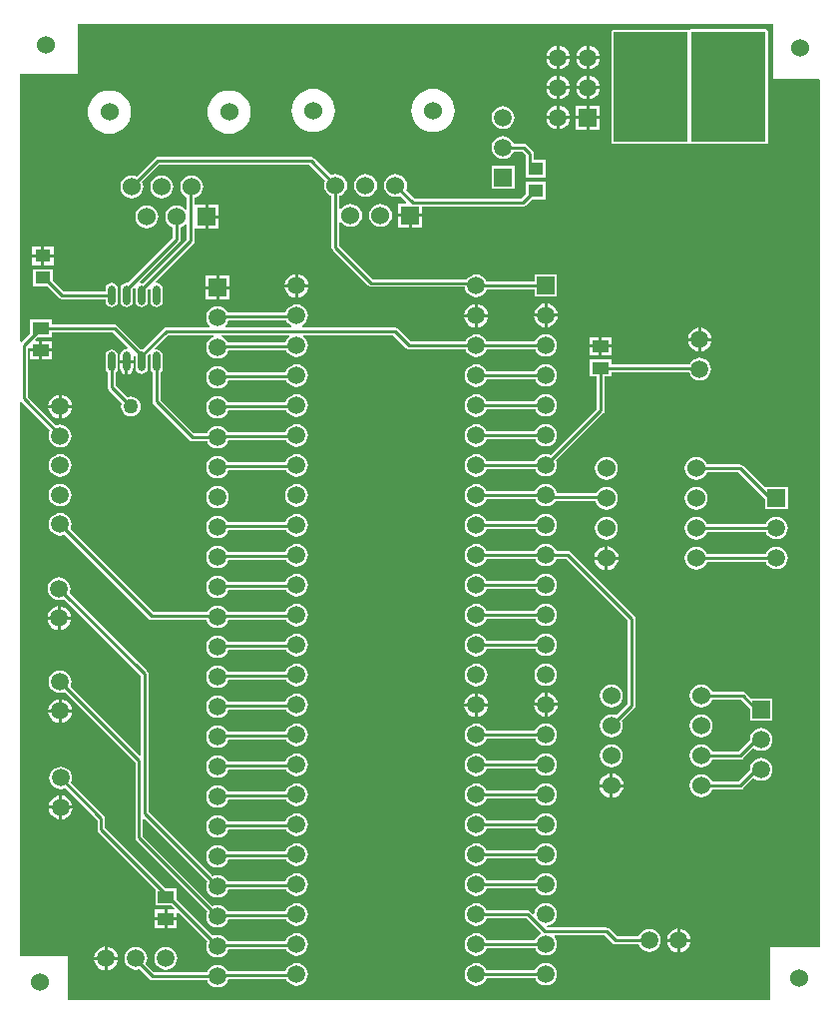
<source format=gtl>
G04*
G04 #@! TF.GenerationSoftware,Altium Limited,Altium Designer,20.0.12 (288)*
G04*
G04 Layer_Physical_Order=1*
G04 Layer_Color=255*
%FSLAX25Y25*%
%MOIN*%
G70*
G01*
G75*
%ADD12C,0.01000*%
%ADD14O,0.02559X0.06496*%
%ADD15R,0.05118X0.04134*%
%ADD16R,0.05512X0.04134*%
%ADD24C,0.02000*%
%ADD25R,0.24672X0.36863*%
%ADD26R,0.24508X0.36551*%
%ADD27C,0.05906*%
%ADD28R,0.05906X0.05906*%
%ADD29C,0.06000*%
%ADD30R,0.06000X0.06000*%
%ADD31C,0.05000*%
%ADD32C,0.02362*%
G36*
X311811Y342870D02*
X327376Y342870D01*
X327729Y342517D01*
X327729Y52903D01*
X311024Y52903D01*
X311024Y35433D01*
X76378Y35433D01*
X76378Y50047D01*
X67469Y50047D01*
X66929Y50100D01*
X66389Y50047D01*
X60264D01*
X60264Y234913D01*
X60764Y235096D01*
X70351Y225509D01*
X70001Y224663D01*
X69872Y223684D01*
X70001Y222704D01*
X70379Y221791D01*
X70981Y221007D01*
X71765Y220406D01*
X72678Y220027D01*
X73657Y219898D01*
X74637Y220027D01*
X75550Y220406D01*
X76334Y221007D01*
X76935Y221791D01*
X77314Y222704D01*
X77443Y223684D01*
X77314Y224663D01*
X76935Y225576D01*
X76334Y226360D01*
X75550Y226961D01*
X74637Y227340D01*
X73657Y227469D01*
X72678Y227340D01*
X72389Y227220D01*
X62897Y236712D01*
Y252999D01*
X62950Y253034D01*
X63366Y252812D01*
X66706D01*
Y255379D01*
X65517D01*
X65325Y255840D01*
X66213Y256728D01*
X70761D01*
Y258270D01*
X91213D01*
X96265Y253218D01*
X96018Y252757D01*
X95901Y252780D01*
X95012Y252603D01*
X94257Y252099D01*
X93754Y251345D01*
X93577Y250456D01*
Y248987D01*
X95901D01*
X98225D01*
Y250126D01*
X98226Y250128D01*
X98725Y250362D01*
X98781Y250316D01*
Y246519D01*
X98942Y245708D01*
X99402Y245020D01*
X100090Y244560D01*
X100901Y244399D01*
X101712Y244560D01*
X102400Y245020D01*
X102860Y245708D01*
X103021Y246519D01*
Y250456D01*
X102980Y250661D01*
X103394Y251074D01*
X103855Y250828D01*
X103781Y250456D01*
Y246519D01*
X103942Y245708D01*
X104402Y245020D01*
X104575Y244903D01*
Y235183D01*
X104676Y234676D01*
X104964Y234246D01*
X116870Y222340D01*
X117300Y222052D01*
X117807Y221951D01*
X122745D01*
X122980Y221384D01*
X123582Y220600D01*
X124365Y219999D01*
X125278Y219621D01*
X126258Y219492D01*
X127238Y219621D01*
X128151Y219999D01*
X128935Y220600D01*
X129536Y221384D01*
X129888Y222233D01*
X149265D01*
X149383Y221948D01*
X149985Y221164D01*
X150769Y220563D01*
X151682Y220185D01*
X152661Y220056D01*
X153641Y220185D01*
X154554Y220563D01*
X155338Y221164D01*
X155939Y221948D01*
X156318Y222861D01*
X156447Y223841D01*
X156318Y224821D01*
X155939Y225733D01*
X155338Y226517D01*
X154554Y227119D01*
X153641Y227497D01*
X152661Y227626D01*
X151682Y227497D01*
X150769Y227119D01*
X149985Y226517D01*
X149383Y225733D01*
X149032Y224884D01*
X129654D01*
X129536Y225169D01*
X128935Y225953D01*
X128151Y226555D01*
X127238Y226933D01*
X126258Y227062D01*
X125278Y226933D01*
X124365Y226555D01*
X123582Y225953D01*
X122980Y225169D01*
X122745Y224602D01*
X118356D01*
X107226Y235732D01*
Y244903D01*
X107400Y245020D01*
X107860Y245708D01*
X108021Y246519D01*
Y250456D01*
X107860Y251267D01*
X107400Y251955D01*
X106712Y252415D01*
X105901Y252576D01*
X105529Y252502D01*
X105282Y252963D01*
X109678Y257359D01*
X125000D01*
X125099Y256859D01*
X124365Y256555D01*
X123582Y255953D01*
X122980Y255169D01*
X122602Y254257D01*
X122473Y253277D01*
X122602Y252297D01*
X122980Y251384D01*
X123582Y250600D01*
X124365Y249999D01*
X125278Y249621D01*
X126258Y249492D01*
X127238Y249621D01*
X128151Y249999D01*
X128935Y250600D01*
X129536Y251384D01*
X129888Y252233D01*
X149265D01*
X149383Y251948D01*
X149985Y251165D01*
X150769Y250563D01*
X151682Y250185D01*
X152661Y250056D01*
X153641Y250185D01*
X154554Y250563D01*
X155338Y251165D01*
X155939Y251948D01*
X156318Y252861D01*
X156447Y253841D01*
X156318Y254821D01*
X155939Y255733D01*
X155338Y256517D01*
X154893Y256859D01*
X155063Y257359D01*
X184861D01*
X189316Y252904D01*
X189746Y252616D01*
X190253Y252516D01*
X209149D01*
X209383Y251948D01*
X209985Y251165D01*
X210769Y250563D01*
X211682Y250185D01*
X212661Y250056D01*
X213641Y250185D01*
X214554Y250563D01*
X215338Y251165D01*
X215939Y251948D01*
X216200Y252577D01*
X232446D01*
X232655Y252072D01*
X233257Y251288D01*
X234040Y250687D01*
X234953Y250308D01*
X235933Y250180D01*
X236913Y250308D01*
X237826Y250687D01*
X238610Y251288D01*
X239211Y252072D01*
X239589Y252985D01*
X239718Y253965D01*
X239589Y254944D01*
X239211Y255857D01*
X238610Y256641D01*
X237826Y257243D01*
X236913Y257621D01*
X235933Y257750D01*
X234953Y257621D01*
X234040Y257243D01*
X233257Y256641D01*
X232655Y255857D01*
X232395Y255228D01*
X216149D01*
X215939Y255733D01*
X215338Y256517D01*
X214554Y257119D01*
X213641Y257497D01*
X212661Y257626D01*
X211682Y257497D01*
X210769Y257119D01*
X209985Y256517D01*
X209383Y255733D01*
X209149Y255166D01*
X190803D01*
X186347Y259622D01*
X185917Y259909D01*
X185410Y260010D01*
X154525D01*
X154426Y260510D01*
X154554Y260563D01*
X155338Y261164D01*
X155939Y261948D01*
X156318Y262861D01*
X156447Y263841D01*
X156318Y264821D01*
X155939Y265734D01*
X155338Y266517D01*
X154554Y267119D01*
X153641Y267497D01*
X152661Y267626D01*
X151682Y267497D01*
X150769Y267119D01*
X149985Y266517D01*
X149383Y265734D01*
X149032Y264884D01*
X129654D01*
X129536Y265169D01*
X128935Y265953D01*
X128151Y266555D01*
X127238Y266933D01*
X126258Y267062D01*
X125278Y266933D01*
X124365Y266555D01*
X123582Y265953D01*
X122980Y265169D01*
X122602Y264257D01*
X122473Y263277D01*
X122602Y262297D01*
X122980Y261384D01*
X123582Y260600D01*
X123734Y260483D01*
X123574Y260010D01*
X109129D01*
X108622Y259909D01*
X108192Y259622D01*
X101106Y252535D01*
X100901Y252576D01*
X100696Y252535D01*
X92699Y260532D01*
X92269Y260820D01*
X91762Y260921D01*
X70761D01*
Y262462D01*
X63650D01*
Y257914D01*
X60764Y255028D01*
X60264Y255211D01*
Y344488D01*
X79724Y344488D01*
Y361221D01*
X311811Y361221D01*
X311811Y342870D01*
D02*
G37*
G36*
X149383Y261948D02*
X149985Y261164D01*
X150769Y260563D01*
X150897Y260510D01*
X150798Y260010D01*
X128943D01*
X128782Y260483D01*
X128935Y260600D01*
X129536Y261384D01*
X129888Y262233D01*
X149265D01*
X149383Y261948D01*
D02*
G37*
G36*
X150430Y256859D02*
X149985Y256517D01*
X149383Y255733D01*
X149032Y254884D01*
X129654D01*
X129536Y255169D01*
X128935Y255953D01*
X128151Y256555D01*
X127417Y256859D01*
X127516Y257359D01*
X150260D01*
X150430Y256859D01*
D02*
G37*
%LPC*%
G36*
X309333Y359622D02*
X284661D01*
X284349Y359560D01*
X284084Y359383D01*
X283825Y359144D01*
X283481Y359248D01*
X283169Y359310D01*
X258661D01*
X258349Y359248D01*
X258085Y359071D01*
X257908Y358806D01*
X257846Y358494D01*
Y321943D01*
X257908Y321631D01*
X258085Y321367D01*
X258349Y321190D01*
X258661Y321128D01*
X283169D01*
X283481Y321190D01*
X283564Y321245D01*
X283915Y321327D01*
X284266Y321245D01*
X284349Y321190D01*
X284661Y321128D01*
X309333D01*
X309645Y321190D01*
X309909Y321367D01*
X310086Y321631D01*
X310148Y321943D01*
Y358806D01*
X310086Y359119D01*
X309909Y359383D01*
X309645Y359560D01*
X309333Y359622D01*
D02*
G37*
G36*
X250500Y353972D02*
Y350551D01*
X253921D01*
X253851Y351083D01*
X253453Y352044D01*
X252819Y352870D01*
X251993Y353504D01*
X251032Y353902D01*
X250500Y353972D01*
D02*
G37*
G36*
X240500D02*
Y350551D01*
X243921D01*
X243851Y351083D01*
X243453Y352044D01*
X242819Y352870D01*
X241993Y353504D01*
X241032Y353902D01*
X240500Y353972D01*
D02*
G37*
G36*
X249500D02*
X248968Y353902D01*
X248007Y353504D01*
X247181Y352870D01*
X246547Y352044D01*
X246149Y351083D01*
X246079Y350551D01*
X249500D01*
Y353972D01*
D02*
G37*
G36*
X239500D02*
X238968Y353902D01*
X238007Y353504D01*
X237181Y352870D01*
X236547Y352044D01*
X236149Y351083D01*
X236079Y350551D01*
X239500D01*
Y353972D01*
D02*
G37*
G36*
X253921Y349551D02*
X250500D01*
Y346130D01*
X251032Y346200D01*
X251993Y346598D01*
X252819Y347232D01*
X253453Y348058D01*
X253851Y349019D01*
X253921Y349551D01*
D02*
G37*
G36*
X243921D02*
X240500D01*
Y346130D01*
X241032Y346200D01*
X241993Y346598D01*
X242819Y347232D01*
X243453Y348058D01*
X243851Y349019D01*
X243921Y349551D01*
D02*
G37*
G36*
X249500D02*
X246079D01*
X246149Y349019D01*
X246547Y348058D01*
X247181Y347232D01*
X248007Y346598D01*
X248968Y346200D01*
X249500Y346130D01*
Y349551D01*
D02*
G37*
G36*
X239500D02*
X236079D01*
X236149Y349019D01*
X236547Y348058D01*
X237181Y347232D01*
X238007Y346598D01*
X238968Y346200D01*
X239500Y346130D01*
Y349551D01*
D02*
G37*
G36*
X250500Y343972D02*
Y340551D01*
X253921D01*
X253851Y341083D01*
X253453Y342044D01*
X252819Y342870D01*
X251993Y343504D01*
X251032Y343902D01*
X250500Y343972D01*
D02*
G37*
G36*
X240500D02*
Y340551D01*
X243921D01*
X243851Y341083D01*
X243453Y342044D01*
X242819Y342870D01*
X241993Y343504D01*
X241032Y343902D01*
X240500Y343972D01*
D02*
G37*
G36*
X249500D02*
X248968Y343902D01*
X248007Y343504D01*
X247181Y342870D01*
X246547Y342044D01*
X246149Y341083D01*
X246079Y340551D01*
X249500D01*
Y343972D01*
D02*
G37*
G36*
X239500D02*
X238968Y343902D01*
X238007Y343504D01*
X237181Y342870D01*
X236547Y342044D01*
X236149Y341083D01*
X236079Y340551D01*
X239500D01*
Y343972D01*
D02*
G37*
G36*
X253921Y339551D02*
X250500D01*
Y336130D01*
X251032Y336200D01*
X251993Y336598D01*
X252819Y337232D01*
X253453Y338057D01*
X253851Y339019D01*
X253921Y339551D01*
D02*
G37*
G36*
X243921D02*
X240500D01*
Y336130D01*
X241032Y336200D01*
X241993Y336598D01*
X242819Y337232D01*
X243453Y338057D01*
X243851Y339019D01*
X243921Y339551D01*
D02*
G37*
G36*
X249500D02*
X246079D01*
X246149Y339019D01*
X246547Y338057D01*
X247181Y337232D01*
X248007Y336598D01*
X248968Y336200D01*
X249500Y336130D01*
Y339551D01*
D02*
G37*
G36*
X239500D02*
X236079D01*
X236149Y339019D01*
X236547Y338057D01*
X237181Y337232D01*
X238007Y336598D01*
X238968Y336200D01*
X239500Y336130D01*
Y339551D01*
D02*
G37*
G36*
X253953Y334004D02*
X250500D01*
Y330551D01*
X253953D01*
Y334004D01*
D02*
G37*
G36*
X240500Y333972D02*
Y330551D01*
X243921D01*
X243851Y331083D01*
X243453Y332044D01*
X242819Y332870D01*
X241993Y333504D01*
X241032Y333902D01*
X240500Y333972D01*
D02*
G37*
G36*
X239500D02*
X238968Y333902D01*
X238007Y333504D01*
X237181Y332870D01*
X236547Y332044D01*
X236149Y331083D01*
X236079Y330551D01*
X239500D01*
Y333972D01*
D02*
G37*
G36*
X249500Y334004D02*
X246047D01*
Y330551D01*
X249500D01*
Y334004D01*
D02*
G37*
G36*
X221682Y333836D02*
X220702Y333707D01*
X219789Y333329D01*
X219005Y332727D01*
X218404Y331943D01*
X218026Y331031D01*
X217897Y330051D01*
X218026Y329071D01*
X218404Y328158D01*
X219005Y327374D01*
X219789Y326773D01*
X220702Y326395D01*
X221682Y326266D01*
X222661Y326395D01*
X223574Y326773D01*
X224358Y327374D01*
X224960Y328158D01*
X225338Y329071D01*
X225467Y330051D01*
X225338Y331031D01*
X224960Y331943D01*
X224358Y332727D01*
X223574Y333329D01*
X222661Y333707D01*
X221682Y333836D01*
D02*
G37*
G36*
X243921Y329551D02*
X240500D01*
Y326130D01*
X241032Y326200D01*
X241993Y326598D01*
X242819Y327232D01*
X243453Y328058D01*
X243851Y329019D01*
X243921Y329551D01*
D02*
G37*
G36*
X239500D02*
X236079D01*
X236149Y329019D01*
X236547Y328058D01*
X237181Y327232D01*
X238007Y326598D01*
X238968Y326200D01*
X239500Y326130D01*
Y329551D01*
D02*
G37*
G36*
X253953D02*
X250500D01*
Y326098D01*
X253953D01*
Y329551D01*
D02*
G37*
G36*
X249500D02*
X246047D01*
Y326098D01*
X249500D01*
Y329551D01*
D02*
G37*
G36*
X198232Y339602D02*
X196821Y339463D01*
X195465Y339052D01*
X194214Y338384D01*
X193118Y337484D01*
X192219Y336388D01*
X191550Y335138D01*
X191139Y333781D01*
X191000Y332370D01*
X191139Y330959D01*
X191550Y329602D01*
X192219Y328352D01*
X193118Y327256D01*
X194214Y326356D01*
X195465Y325688D01*
X196821Y325276D01*
X198232Y325138D01*
X199643Y325276D01*
X201000Y325688D01*
X202250Y326356D01*
X203346Y327256D01*
X204246Y328352D01*
X204914Y329602D01*
X205326Y330959D01*
X205465Y332370D01*
X205326Y333781D01*
X204914Y335138D01*
X204246Y336388D01*
X203346Y337484D01*
X202250Y338384D01*
X201000Y339052D01*
X199643Y339463D01*
X198232Y339602D01*
D02*
G37*
G36*
X158232D02*
X156821Y339463D01*
X155464Y339052D01*
X154214Y338384D01*
X153118Y337484D01*
X152219Y336388D01*
X151550Y335138D01*
X151139Y333781D01*
X151000Y332370D01*
X151139Y330959D01*
X151550Y329602D01*
X152219Y328352D01*
X153118Y327256D01*
X154214Y326356D01*
X155464Y325688D01*
X156821Y325276D01*
X158232Y325138D01*
X159643Y325276D01*
X161000Y325688D01*
X162250Y326356D01*
X163346Y327256D01*
X164246Y328352D01*
X164914Y329602D01*
X165326Y330959D01*
X165465Y332370D01*
X165326Y333781D01*
X164914Y335138D01*
X164246Y336388D01*
X163346Y337484D01*
X162250Y338384D01*
X161000Y339052D01*
X159643Y339463D01*
X158232Y339602D01*
D02*
G37*
G36*
X130092Y339103D02*
X128681Y338964D01*
X127324Y338552D01*
X126074Y337884D01*
X124978Y336984D01*
X124078Y335888D01*
X123410Y334638D01*
X122998Y333281D01*
X122860Y331870D01*
X122998Y330459D01*
X123410Y329102D01*
X124078Y327852D01*
X124978Y326756D01*
X126074Y325856D01*
X127324Y325188D01*
X128681Y324777D01*
X130092Y324638D01*
X131503Y324777D01*
X132860Y325188D01*
X134110Y325856D01*
X135206Y326756D01*
X136106Y327852D01*
X136774Y329102D01*
X137186Y330459D01*
X137325Y331870D01*
X137186Y333281D01*
X136774Y334638D01*
X136106Y335888D01*
X135206Y336984D01*
X134110Y337884D01*
X132860Y338552D01*
X131503Y338964D01*
X130092Y339103D01*
D02*
G37*
G36*
X90092D02*
X88681Y338964D01*
X87324Y338552D01*
X86074Y337884D01*
X84978Y336984D01*
X84078Y335888D01*
X83410Y334638D01*
X82999Y333281D01*
X82860Y331870D01*
X82999Y330459D01*
X83410Y329102D01*
X84078Y327852D01*
X84978Y326756D01*
X86074Y325856D01*
X87324Y325188D01*
X88681Y324777D01*
X90092Y324638D01*
X91503Y324777D01*
X92860Y325188D01*
X94110Y325856D01*
X95206Y326756D01*
X96106Y327852D01*
X96774Y329102D01*
X97185Y330459D01*
X97325Y331870D01*
X97185Y333281D01*
X96774Y334638D01*
X96106Y335888D01*
X95206Y336984D01*
X94110Y337884D01*
X92860Y338552D01*
X91503Y338964D01*
X90092Y339103D01*
D02*
G37*
G36*
X221682Y323836D02*
X220702Y323707D01*
X219789Y323329D01*
X219005Y322727D01*
X218404Y321943D01*
X218026Y321031D01*
X217897Y320051D01*
X218026Y319071D01*
X218404Y318158D01*
X219005Y317374D01*
X219789Y316773D01*
X220702Y316395D01*
X221682Y316266D01*
X222661Y316395D01*
X223574Y316773D01*
X224358Y317374D01*
X224960Y318158D01*
X225195Y318725D01*
X228064D01*
X229300Y317489D01*
Y314495D01*
X229325Y314367D01*
Y310061D01*
X236043D01*
Y315795D01*
X231951D01*
Y318038D01*
X231850Y318546D01*
X231562Y318976D01*
X229550Y320988D01*
X229120Y321275D01*
X228613Y321376D01*
X225195D01*
X224960Y321943D01*
X224358Y322727D01*
X223574Y323329D01*
X222661Y323707D01*
X221682Y323836D01*
D02*
G37*
G36*
X225434Y313804D02*
X217929D01*
Y306298D01*
X225434D01*
Y313804D01*
D02*
G37*
G36*
X175732Y311203D02*
X174740Y311072D01*
X173816Y310689D01*
X173022Y310080D01*
X172413Y309286D01*
X172030Y308362D01*
X171899Y307370D01*
X172030Y306378D01*
X172413Y305454D01*
X173022Y304660D01*
X173816Y304051D01*
X174740Y303668D01*
X175732Y303537D01*
X176724Y303668D01*
X177649Y304051D01*
X178443Y304660D01*
X179052Y305454D01*
X179435Y306378D01*
X179565Y307370D01*
X179435Y308362D01*
X179052Y309286D01*
X178443Y310080D01*
X177649Y310689D01*
X176724Y311072D01*
X175732Y311203D01*
D02*
G37*
G36*
X107592Y310703D02*
X106600Y310572D01*
X105676Y310189D01*
X104882Y309580D01*
X104273Y308786D01*
X103890Y307862D01*
X103759Y306870D01*
X103890Y305878D01*
X104273Y304954D01*
X104882Y304160D01*
X105676Y303551D01*
X106600Y303168D01*
X107592Y303037D01*
X108584Y303168D01*
X109508Y303551D01*
X110302Y304160D01*
X110911Y304954D01*
X111294Y305878D01*
X111425Y306870D01*
X111294Y307862D01*
X110911Y308786D01*
X110302Y309580D01*
X109508Y310189D01*
X108584Y310572D01*
X107592Y310703D01*
D02*
G37*
G36*
X117592D02*
X116600Y310572D01*
X115676Y310189D01*
X114882Y309580D01*
X114273Y308786D01*
X113890Y307862D01*
X113759Y306870D01*
X113890Y305878D01*
X114273Y304954D01*
X114882Y304160D01*
X115676Y303551D01*
X115974Y303427D01*
Y299526D01*
X115474Y299356D01*
X115302Y299580D01*
X114508Y300189D01*
X113584Y300572D01*
X112592Y300703D01*
X111600Y300572D01*
X110676Y300189D01*
X109882Y299580D01*
X109273Y298786D01*
X108890Y297862D01*
X108759Y296870D01*
X108890Y295878D01*
X109273Y294954D01*
X109882Y294160D01*
X110676Y293551D01*
X111267Y293306D01*
Y289940D01*
X96106Y274780D01*
X95901Y274820D01*
X95090Y274659D01*
X94402Y274199D01*
X93942Y273511D01*
X93781Y272700D01*
Y268763D01*
X93942Y267952D01*
X94402Y267264D01*
X95090Y266804D01*
X95901Y266643D01*
X96712Y266804D01*
X97400Y267264D01*
X97860Y267952D01*
X98021Y268763D01*
Y272700D01*
X97980Y272905D01*
X98394Y273318D01*
X98855Y273072D01*
X98781Y272700D01*
Y268763D01*
X98942Y267952D01*
X99402Y267264D01*
X100090Y266804D01*
X100901Y266643D01*
X101712Y266804D01*
X102400Y267264D01*
X102860Y267952D01*
X103021Y268763D01*
Y272690D01*
X103372Y272981D01*
X103793Y272763D01*
X103781Y272700D01*
Y268763D01*
X103942Y267952D01*
X104402Y267264D01*
X105089Y266804D01*
X105901Y266643D01*
X106712Y266804D01*
X107400Y267264D01*
X107860Y267952D01*
X108021Y268763D01*
Y272700D01*
X107860Y273511D01*
X107400Y274199D01*
X106712Y274659D01*
X105901Y274820D01*
X105814Y274803D01*
X105568Y275264D01*
X118237Y287933D01*
X118524Y288363D01*
X118625Y288870D01*
Y292870D01*
X122092D01*
Y296870D01*
Y300870D01*
X118625D01*
Y303185D01*
X119508Y303551D01*
X120302Y304160D01*
X120911Y304954D01*
X121294Y305878D01*
X121425Y306870D01*
X121294Y307862D01*
X120911Y308786D01*
X120302Y309580D01*
X119508Y310189D01*
X118584Y310572D01*
X117592Y310703D01*
D02*
G37*
G36*
X185732Y311203D02*
X184740Y311072D01*
X183816Y310689D01*
X183022Y310080D01*
X182413Y309286D01*
X182030Y308362D01*
X181899Y307370D01*
X182030Y306378D01*
X182413Y305454D01*
X183022Y304660D01*
X183816Y304051D01*
X184740Y303668D01*
X185732Y303537D01*
X186724Y303668D01*
X187315Y303913D01*
X189396Y301832D01*
X189205Y301370D01*
X186732D01*
Y297870D01*
X190732D01*
X194732D01*
Y300345D01*
X228218D01*
X228725Y300446D01*
X229155Y300733D01*
X231200Y302778D01*
X236043D01*
Y308512D01*
X229325D01*
Y304652D01*
X227668Y302995D01*
X191981D01*
X189190Y305787D01*
X189435Y306378D01*
X189565Y307370D01*
X189435Y308362D01*
X189052Y309286D01*
X188443Y310080D01*
X187649Y310689D01*
X186724Y311072D01*
X185732Y311203D01*
D02*
G37*
G36*
X126592Y300870D02*
X123092D01*
Y297370D01*
X126592D01*
Y300870D01*
D02*
G37*
G36*
X180732Y301203D02*
X179740Y301072D01*
X178816Y300689D01*
X178022Y300080D01*
X177413Y299286D01*
X177030Y298362D01*
X176900Y297370D01*
X177030Y296378D01*
X177413Y295454D01*
X178022Y294660D01*
X178816Y294051D01*
X179740Y293668D01*
X180732Y293537D01*
X181724Y293668D01*
X182649Y294051D01*
X183442Y294660D01*
X184052Y295454D01*
X184434Y296378D01*
X184565Y297370D01*
X184434Y298362D01*
X184052Y299286D01*
X183442Y300080D01*
X182649Y300689D01*
X181724Y301072D01*
X180732Y301203D01*
D02*
G37*
G36*
X157602Y316826D02*
X106222D01*
X105715Y316725D01*
X105285Y316437D01*
X99175Y310327D01*
X98584Y310572D01*
X97592Y310703D01*
X96600Y310572D01*
X95676Y310189D01*
X94882Y309580D01*
X94273Y308786D01*
X93890Y307862D01*
X93759Y306870D01*
X93890Y305878D01*
X94273Y304954D01*
X94882Y304160D01*
X95676Y303551D01*
X96600Y303168D01*
X97592Y303037D01*
X98584Y303168D01*
X99508Y303551D01*
X100302Y304160D01*
X100911Y304954D01*
X101294Y305878D01*
X101425Y306870D01*
X101294Y307862D01*
X101049Y308453D01*
X106771Y314175D01*
X157053D01*
X162275Y308953D01*
X162030Y308362D01*
X161899Y307370D01*
X162030Y306378D01*
X162413Y305454D01*
X163022Y304660D01*
X163816Y304051D01*
X164407Y303806D01*
Y286709D01*
X164508Y286201D01*
X164795Y285771D01*
X176724Y273842D01*
X177154Y273555D01*
X177661Y273454D01*
X208927D01*
X209005Y272861D01*
X209383Y271948D01*
X209985Y271164D01*
X210769Y270563D01*
X211682Y270185D01*
X212661Y270056D01*
X213641Y270185D01*
X214554Y270563D01*
X215338Y271164D01*
X215939Y271948D01*
X216174Y272516D01*
X232180D01*
Y270212D01*
X239686D01*
Y277717D01*
X232180D01*
Y275166D01*
X216174D01*
X215939Y275733D01*
X215338Y276517D01*
X214554Y277119D01*
X213641Y277497D01*
X212661Y277626D01*
X211682Y277497D01*
X210769Y277119D01*
X209985Y276517D01*
X209668Y276105D01*
X178210D01*
X167058Y287258D01*
Y295095D01*
X167558Y295265D01*
X168022Y294660D01*
X168816Y294051D01*
X169740Y293668D01*
X170732Y293537D01*
X171724Y293668D01*
X172649Y294051D01*
X173442Y294660D01*
X174052Y295454D01*
X174434Y296378D01*
X174565Y297370D01*
X174434Y298362D01*
X174052Y299286D01*
X173442Y300080D01*
X172649Y300689D01*
X171724Y301072D01*
X170732Y301203D01*
X169740Y301072D01*
X168816Y300689D01*
X168022Y300080D01*
X167558Y299475D01*
X167058Y299645D01*
Y303806D01*
X167649Y304051D01*
X168442Y304660D01*
X169052Y305454D01*
X169434Y306378D01*
X169565Y307370D01*
X169434Y308362D01*
X169052Y309286D01*
X168442Y310080D01*
X167649Y310689D01*
X166724Y311072D01*
X165732Y311203D01*
X164740Y311072D01*
X164149Y310827D01*
X158540Y316437D01*
X158109Y316725D01*
X157602Y316826D01*
D02*
G37*
G36*
X194732Y296870D02*
X191232D01*
Y293370D01*
X194732D01*
Y296870D01*
D02*
G37*
G36*
X190232D02*
X186732D01*
Y293370D01*
X190232D01*
Y296870D01*
D02*
G37*
G36*
X102592Y300703D02*
X101600Y300572D01*
X100676Y300189D01*
X99882Y299580D01*
X99273Y298786D01*
X98890Y297862D01*
X98759Y296870D01*
X98890Y295878D01*
X99273Y294954D01*
X99882Y294160D01*
X100676Y293551D01*
X101600Y293168D01*
X102592Y293037D01*
X103584Y293168D01*
X104508Y293551D01*
X105302Y294160D01*
X105911Y294954D01*
X106294Y295878D01*
X106425Y296870D01*
X106294Y297862D01*
X105911Y298786D01*
X105302Y299580D01*
X104508Y300189D01*
X103584Y300572D01*
X102592Y300703D01*
D02*
G37*
G36*
X126592Y296370D02*
X123092D01*
Y292870D01*
X126592D01*
Y296370D01*
D02*
G37*
G36*
X71417Y286908D02*
X68358D01*
Y284341D01*
X71417D01*
Y286908D01*
D02*
G37*
G36*
X67358D02*
X64299D01*
Y284341D01*
X67358D01*
Y286908D01*
D02*
G37*
G36*
X71417Y283341D02*
X68358D01*
Y280774D01*
X71417D01*
Y283341D01*
D02*
G37*
G36*
X67358D02*
X64299D01*
Y280774D01*
X67358D01*
Y283341D01*
D02*
G37*
G36*
X153161Y277762D02*
Y274341D01*
X156582D01*
X156512Y274873D01*
X156114Y275834D01*
X155481Y276660D01*
X154655Y277294D01*
X153693Y277692D01*
X153161Y277762D01*
D02*
G37*
G36*
X152161D02*
X151629Y277692D01*
X150668Y277294D01*
X149842Y276660D01*
X149209Y275834D01*
X148810Y274873D01*
X148740Y274341D01*
X152161D01*
Y277762D01*
D02*
G37*
G36*
X130211Y277230D02*
X126758D01*
Y273777D01*
X130211D01*
Y277230D01*
D02*
G37*
G36*
X125758D02*
X122305D01*
Y273777D01*
X125758D01*
Y277230D01*
D02*
G37*
G36*
X156582Y273341D02*
X153161D01*
Y269920D01*
X153693Y269990D01*
X154655Y270388D01*
X155481Y271022D01*
X156114Y271848D01*
X156512Y272809D01*
X156582Y273341D01*
D02*
G37*
G36*
X152161D02*
X148740D01*
X148810Y272809D01*
X149209Y271848D01*
X149842Y271022D01*
X150668Y270388D01*
X151629Y269990D01*
X152161Y269920D01*
Y273341D01*
D02*
G37*
G36*
X130211Y272777D02*
X126758D01*
Y269324D01*
X130211D01*
Y272777D01*
D02*
G37*
G36*
X125758D02*
X122305D01*
Y269324D01*
X125758D01*
Y272777D01*
D02*
G37*
G36*
X71217Y279424D02*
X64499D01*
Y273691D01*
X69342D01*
X73239Y269794D01*
X73669Y269507D01*
X74176Y269406D01*
X88781D01*
Y268763D01*
X88942Y267952D01*
X89402Y267264D01*
X90089Y266804D01*
X90901Y266643D01*
X91712Y266804D01*
X92400Y267264D01*
X92860Y267952D01*
X93021Y268763D01*
Y272700D01*
X92860Y273511D01*
X92400Y274199D01*
X91712Y274659D01*
X90901Y274820D01*
X90089Y274659D01*
X89402Y274199D01*
X88942Y273511D01*
X88781Y272700D01*
Y272057D01*
X74725D01*
X71217Y275565D01*
Y279424D01*
D02*
G37*
G36*
X236433Y267886D02*
Y264465D01*
X239854D01*
X239784Y264997D01*
X239386Y265958D01*
X238752Y266784D01*
X237927Y267417D01*
X236965Y267816D01*
X236433Y267886D01*
D02*
G37*
G36*
X235433D02*
X234901Y267816D01*
X233940Y267417D01*
X233114Y266784D01*
X232480Y265958D01*
X232082Y264997D01*
X232012Y264465D01*
X235433D01*
Y267886D01*
D02*
G37*
G36*
X213161Y267762D02*
Y264341D01*
X216582D01*
X216512Y264873D01*
X216114Y265834D01*
X215481Y266660D01*
X214655Y267294D01*
X213693Y267692D01*
X213161Y267762D01*
D02*
G37*
G36*
X212161D02*
X211630Y267692D01*
X210668Y267294D01*
X209842Y266660D01*
X209209Y265834D01*
X208810Y264873D01*
X208740Y264341D01*
X212161D01*
Y267762D01*
D02*
G37*
G36*
X239854Y263465D02*
X236433D01*
Y260044D01*
X236965Y260114D01*
X237927Y260512D01*
X238752Y261145D01*
X239386Y261971D01*
X239784Y262933D01*
X239854Y263465D01*
D02*
G37*
G36*
X235433D02*
X232012D01*
X232082Y262933D01*
X232480Y261971D01*
X233114Y261145D01*
X233940Y260512D01*
X234901Y260114D01*
X235433Y260044D01*
Y263465D01*
D02*
G37*
G36*
X216582Y263341D02*
X213161D01*
Y259920D01*
X213693Y259990D01*
X214655Y260388D01*
X215481Y261022D01*
X216114Y261847D01*
X216512Y262809D01*
X216582Y263341D01*
D02*
G37*
G36*
X212161D02*
X208740D01*
X208810Y262809D01*
X209209Y261847D01*
X209842Y261022D01*
X210668Y260388D01*
X211630Y259990D01*
X212161Y259920D01*
Y263341D01*
D02*
G37*
G36*
X287902Y259826D02*
Y256405D01*
X291323D01*
X291253Y256937D01*
X290854Y257899D01*
X290221Y258725D01*
X289395Y259358D01*
X288433Y259756D01*
X287902Y259826D01*
D02*
G37*
G36*
X286902Y259826D02*
X286370Y259756D01*
X285408Y259358D01*
X284582Y258725D01*
X283949Y257899D01*
X283551Y256937D01*
X283481Y256405D01*
X286902D01*
Y259826D01*
D02*
G37*
G36*
X257959Y256757D02*
X254703D01*
Y254191D01*
X257959D01*
Y256757D01*
D02*
G37*
G36*
X253703D02*
X250447D01*
Y254191D01*
X253703D01*
Y256757D01*
D02*
G37*
G36*
X70961Y255379D02*
X67706D01*
Y252812D01*
X70961D01*
Y255379D01*
D02*
G37*
G36*
X291323Y255405D02*
X287902D01*
Y251985D01*
X288433Y252055D01*
X289395Y252453D01*
X290221Y253086D01*
X290854Y253912D01*
X291253Y254874D01*
X291323Y255405D01*
D02*
G37*
G36*
X286902D02*
X283481D01*
X283551Y254874D01*
X283949Y253912D01*
X284582Y253086D01*
X285408Y252453D01*
X286370Y252055D01*
X286902Y251985D01*
Y255405D01*
D02*
G37*
G36*
X257959Y253191D02*
X254703D01*
Y250624D01*
X257959D01*
Y253191D01*
D02*
G37*
G36*
X253703D02*
X250447D01*
Y250624D01*
X253703D01*
Y253191D01*
D02*
G37*
G36*
X70961Y251812D02*
X67706D01*
Y249245D01*
X70961D01*
Y251812D01*
D02*
G37*
G36*
X66706D02*
X63450D01*
Y249245D01*
X66706D01*
Y251812D01*
D02*
G37*
G36*
X287402Y249848D02*
X286422Y249719D01*
X285509Y249341D01*
X284725Y248740D01*
X284123Y247955D01*
X284031Y247733D01*
X257759D01*
Y249274D01*
X250647D01*
Y243540D01*
X252878D01*
Y232784D01*
X237480Y217386D01*
X236913Y217621D01*
X235933Y217750D01*
X234953Y217621D01*
X234040Y217243D01*
X233257Y216641D01*
X232655Y215857D01*
X232395Y215228D01*
X216149D01*
X215939Y215734D01*
X215338Y216517D01*
X214554Y217119D01*
X213641Y217497D01*
X212661Y217626D01*
X211682Y217497D01*
X210769Y217119D01*
X209985Y216517D01*
X209383Y215734D01*
X209005Y214821D01*
X208876Y213841D01*
X209005Y212861D01*
X209383Y211948D01*
X209985Y211164D01*
X210769Y210563D01*
X211682Y210185D01*
X212661Y210056D01*
X213641Y210185D01*
X214554Y210563D01*
X215338Y211164D01*
X215939Y211948D01*
X216200Y212577D01*
X232446D01*
X232655Y212072D01*
X233257Y211288D01*
X234040Y210687D01*
X234953Y210308D01*
X235933Y210179D01*
X236913Y210308D01*
X237826Y210687D01*
X238610Y211288D01*
X239211Y212072D01*
X239589Y212985D01*
X239718Y213965D01*
X239589Y214944D01*
X239354Y215511D01*
X255140Y231297D01*
X255428Y231728D01*
X255529Y232235D01*
Y243540D01*
X257759D01*
Y245082D01*
X283746D01*
X284123Y244170D01*
X284725Y243387D01*
X285509Y242785D01*
X286422Y242407D01*
X287402Y242278D01*
X288381Y242407D01*
X289294Y242785D01*
X290078Y243387D01*
X290680Y244170D01*
X291058Y245083D01*
X291187Y246063D01*
X291058Y247043D01*
X290680Y247955D01*
X290078Y248740D01*
X289294Y249341D01*
X288381Y249719D01*
X287402Y249848D01*
D02*
G37*
G36*
X235933Y247750D02*
X234953Y247621D01*
X234040Y247243D01*
X233257Y246641D01*
X232655Y245857D01*
X232395Y245228D01*
X216149D01*
X215939Y245733D01*
X215338Y246517D01*
X214554Y247119D01*
X213641Y247497D01*
X212661Y247626D01*
X211682Y247497D01*
X210769Y247119D01*
X209985Y246517D01*
X209383Y245733D01*
X209005Y244821D01*
X208876Y243841D01*
X209005Y242861D01*
X209383Y241948D01*
X209985Y241164D01*
X210769Y240563D01*
X211682Y240185D01*
X212661Y240056D01*
X213641Y240185D01*
X214554Y240563D01*
X215338Y241164D01*
X215939Y241948D01*
X216200Y242577D01*
X232446D01*
X232655Y242072D01*
X233257Y241288D01*
X234040Y240687D01*
X234953Y240308D01*
X235933Y240179D01*
X236913Y240308D01*
X237826Y240687D01*
X238610Y241288D01*
X239211Y242072D01*
X239589Y242985D01*
X239718Y243965D01*
X239589Y244944D01*
X239211Y245857D01*
X238610Y246641D01*
X237826Y247243D01*
X236913Y247621D01*
X235933Y247750D01*
D02*
G37*
G36*
X152661Y247626D02*
X151682Y247497D01*
X150769Y247119D01*
X149985Y246517D01*
X149383Y245733D01*
X149032Y244884D01*
X129654D01*
X129536Y245169D01*
X128935Y245953D01*
X128151Y246555D01*
X127238Y246933D01*
X126258Y247062D01*
X125278Y246933D01*
X124365Y246555D01*
X123582Y245953D01*
X122980Y245169D01*
X122602Y244256D01*
X122473Y243277D01*
X122602Y242297D01*
X122980Y241384D01*
X123582Y240600D01*
X124365Y239999D01*
X125278Y239621D01*
X126258Y239492D01*
X127238Y239621D01*
X128151Y239999D01*
X128935Y240600D01*
X129536Y241384D01*
X129888Y242233D01*
X149265D01*
X149383Y241948D01*
X149985Y241164D01*
X150769Y240563D01*
X151682Y240185D01*
X152661Y240056D01*
X153641Y240185D01*
X154554Y240563D01*
X155338Y241164D01*
X155939Y241948D01*
X156318Y242861D01*
X156447Y243841D01*
X156318Y244821D01*
X155939Y245733D01*
X155338Y246517D01*
X154554Y247119D01*
X153641Y247497D01*
X152661Y247626D01*
D02*
G37*
G36*
X98225Y247987D02*
X96401D01*
Y244294D01*
X96790Y244372D01*
X97544Y244875D01*
X98048Y245630D01*
X98225Y246519D01*
Y247987D01*
D02*
G37*
G36*
X95401D02*
X93577D01*
Y246519D01*
X93754Y245630D01*
X94257Y244875D01*
X95012Y244372D01*
X95401Y244294D01*
Y247987D01*
D02*
G37*
G36*
X235933Y237750D02*
X234953Y237621D01*
X234040Y237243D01*
X233257Y236641D01*
X232655Y235857D01*
X232395Y235228D01*
X216149D01*
X215939Y235734D01*
X215338Y236517D01*
X214554Y237119D01*
X213641Y237497D01*
X212661Y237626D01*
X211682Y237497D01*
X210769Y237119D01*
X209985Y236517D01*
X209383Y235734D01*
X209005Y234821D01*
X208876Y233841D01*
X209005Y232861D01*
X209383Y231948D01*
X209985Y231165D01*
X210769Y230563D01*
X211682Y230185D01*
X212661Y230056D01*
X213641Y230185D01*
X214554Y230563D01*
X215338Y231165D01*
X215939Y231948D01*
X216200Y232577D01*
X232446D01*
X232655Y232072D01*
X233257Y231288D01*
X234040Y230687D01*
X234953Y230308D01*
X235933Y230180D01*
X236913Y230308D01*
X237826Y230687D01*
X238610Y231288D01*
X239211Y232072D01*
X239589Y232985D01*
X239718Y233965D01*
X239589Y234944D01*
X239211Y235857D01*
X238610Y236641D01*
X237826Y237243D01*
X236913Y237621D01*
X235933Y237750D01*
D02*
G37*
G36*
X152661Y237626D02*
X151682Y237497D01*
X150769Y237119D01*
X149985Y236517D01*
X149383Y235734D01*
X149032Y234884D01*
X129654D01*
X129536Y235169D01*
X128935Y235953D01*
X128151Y236555D01*
X127238Y236933D01*
X126258Y237062D01*
X125278Y236933D01*
X124365Y236555D01*
X123582Y235953D01*
X122980Y235169D01*
X122602Y234257D01*
X122473Y233277D01*
X122602Y232297D01*
X122980Y231384D01*
X123582Y230600D01*
X124365Y229999D01*
X125278Y229621D01*
X126258Y229492D01*
X127238Y229621D01*
X128151Y229999D01*
X128935Y230600D01*
X129536Y231384D01*
X129888Y232233D01*
X149265D01*
X149383Y231948D01*
X149985Y231165D01*
X150769Y230563D01*
X151682Y230185D01*
X152661Y230056D01*
X153641Y230185D01*
X154554Y230563D01*
X155338Y231165D01*
X155939Y231948D01*
X156318Y232861D01*
X156447Y233841D01*
X156318Y234821D01*
X155939Y235734D01*
X155338Y236517D01*
X154554Y237119D01*
X153641Y237497D01*
X152661Y237626D01*
D02*
G37*
G36*
X74157Y237447D02*
Y234026D01*
X77578D01*
X77508Y234558D01*
X77110Y235519D01*
X76477Y236345D01*
X75651Y236979D01*
X74689Y237377D01*
X74157Y237447D01*
D02*
G37*
G36*
X73157D02*
X72625Y237377D01*
X71664Y236979D01*
X70838Y236345D01*
X70205Y235519D01*
X69806Y234558D01*
X69736Y234026D01*
X73157D01*
Y237447D01*
D02*
G37*
G36*
X90901Y252576D02*
X90089Y252415D01*
X89402Y251955D01*
X88942Y251267D01*
X88781Y250456D01*
Y246519D01*
X88942Y245708D01*
X89402Y245020D01*
X89575Y244903D01*
Y239983D01*
X89676Y239475D01*
X89964Y239045D01*
X94250Y234759D01*
X94109Y234420D01*
X93996Y233559D01*
X94109Y232697D01*
X94442Y231895D01*
X94971Y231205D01*
X95660Y230676D01*
X96463Y230344D01*
X97325Y230230D01*
X98186Y230344D01*
X98989Y230676D01*
X99678Y231205D01*
X100207Y231895D01*
X100540Y232697D01*
X100653Y233559D01*
X100540Y234420D01*
X100207Y235223D01*
X99678Y235912D01*
X98989Y236441D01*
X98186Y236774D01*
X97325Y236887D01*
X96463Y236774D01*
X96124Y236634D01*
X92226Y240531D01*
Y244903D01*
X92400Y245020D01*
X92860Y245708D01*
X93021Y246519D01*
Y250456D01*
X92860Y251267D01*
X92400Y251955D01*
X91712Y252415D01*
X90901Y252576D01*
D02*
G37*
G36*
X77578Y233026D02*
X74157D01*
Y229605D01*
X74689Y229675D01*
X75651Y230073D01*
X76477Y230707D01*
X77110Y231533D01*
X77508Y232494D01*
X77578Y233026D01*
D02*
G37*
G36*
X73157D02*
X69736D01*
X69806Y232494D01*
X70205Y231533D01*
X70838Y230707D01*
X71664Y230073D01*
X72625Y229675D01*
X73157Y229605D01*
Y233026D01*
D02*
G37*
G36*
X235933Y227750D02*
X234953Y227621D01*
X234040Y227243D01*
X233257Y226641D01*
X232655Y225857D01*
X232395Y225228D01*
X216149D01*
X215939Y225733D01*
X215338Y226517D01*
X214554Y227119D01*
X213641Y227497D01*
X212661Y227626D01*
X211682Y227497D01*
X210769Y227119D01*
X209985Y226517D01*
X209383Y225733D01*
X209005Y224821D01*
X208876Y223841D01*
X209005Y222861D01*
X209383Y221948D01*
X209985Y221164D01*
X210769Y220563D01*
X211682Y220185D01*
X212661Y220056D01*
X213641Y220185D01*
X214554Y220563D01*
X215338Y221164D01*
X215939Y221948D01*
X216200Y222577D01*
X232446D01*
X232655Y222072D01*
X233257Y221288D01*
X234040Y220687D01*
X234953Y220308D01*
X235933Y220180D01*
X236913Y220308D01*
X237826Y220687D01*
X238610Y221288D01*
X239211Y222072D01*
X239589Y222985D01*
X239718Y223965D01*
X239589Y224944D01*
X239211Y225857D01*
X238610Y226641D01*
X237826Y227243D01*
X236913Y227621D01*
X235933Y227750D01*
D02*
G37*
G36*
X152661Y217626D02*
X151682Y217497D01*
X150769Y217119D01*
X149985Y216517D01*
X149383Y215734D01*
X149032Y214884D01*
X129654D01*
X129536Y215169D01*
X128935Y215953D01*
X128151Y216555D01*
X127238Y216933D01*
X126258Y217062D01*
X125278Y216933D01*
X124365Y216555D01*
X123582Y215953D01*
X122980Y215169D01*
X122602Y214257D01*
X122473Y213277D01*
X122602Y212297D01*
X122980Y211384D01*
X123582Y210600D01*
X124365Y209999D01*
X125278Y209621D01*
X126258Y209492D01*
X127238Y209621D01*
X128151Y209999D01*
X128935Y210600D01*
X129536Y211384D01*
X129888Y212233D01*
X149265D01*
X149383Y211948D01*
X149985Y211164D01*
X150769Y210563D01*
X151682Y210185D01*
X152661Y210056D01*
X153641Y210185D01*
X154554Y210563D01*
X155338Y211164D01*
X155939Y211948D01*
X156318Y212861D01*
X156447Y213841D01*
X156318Y214821D01*
X155939Y215734D01*
X155338Y216517D01*
X154554Y217119D01*
X153641Y217497D01*
X152661Y217626D01*
D02*
G37*
G36*
X73657D02*
X72678Y217497D01*
X71765Y217119D01*
X70981Y216517D01*
X70379Y215734D01*
X70001Y214821D01*
X69872Y213841D01*
X70001Y212861D01*
X70379Y211948D01*
X70981Y211164D01*
X71765Y210563D01*
X72678Y210185D01*
X73657Y210056D01*
X74637Y210185D01*
X75550Y210563D01*
X76334Y211164D01*
X76935Y211948D01*
X77314Y212861D01*
X77443Y213841D01*
X77314Y214821D01*
X76935Y215734D01*
X76334Y216517D01*
X75550Y217119D01*
X74637Y217497D01*
X73657Y217626D01*
D02*
G37*
G36*
X256221Y216675D02*
X255228Y216545D01*
X254304Y216162D01*
X253510Y215553D01*
X252901Y214759D01*
X252518Y213835D01*
X252388Y212842D01*
X252518Y211851D01*
X252901Y210926D01*
X253510Y210132D01*
X254304Y209523D01*
X255228Y209140D01*
X256221Y209010D01*
X257212Y209140D01*
X258137Y209523D01*
X258931Y210132D01*
X259540Y210926D01*
X259923Y211851D01*
X260053Y212842D01*
X259923Y213835D01*
X259540Y214759D01*
X258931Y215553D01*
X258137Y216162D01*
X257212Y216545D01*
X256221Y216675D01*
D02*
G37*
G36*
X235933Y207750D02*
X234953Y207621D01*
X234040Y207243D01*
X233257Y206641D01*
X232655Y205857D01*
X232395Y205228D01*
X216149D01*
X215939Y205733D01*
X215338Y206517D01*
X214554Y207119D01*
X213641Y207497D01*
X212661Y207626D01*
X211682Y207497D01*
X210769Y207119D01*
X209985Y206517D01*
X209383Y205733D01*
X209005Y204821D01*
X208876Y203841D01*
X209005Y202861D01*
X209383Y201948D01*
X209985Y201165D01*
X210769Y200563D01*
X211682Y200185D01*
X212661Y200056D01*
X213641Y200185D01*
X214554Y200563D01*
X215338Y201165D01*
X215939Y201948D01*
X216200Y202577D01*
X232446D01*
X232655Y202072D01*
X233257Y201288D01*
X234040Y200687D01*
X234953Y200308D01*
X235933Y200180D01*
X236913Y200308D01*
X237826Y200687D01*
X238610Y201288D01*
X239211Y202072D01*
X239214Y202078D01*
X252488D01*
X252518Y201851D01*
X252901Y200926D01*
X253510Y200132D01*
X254304Y199523D01*
X255228Y199140D01*
X256221Y199010D01*
X257212Y199140D01*
X258137Y199523D01*
X258931Y200132D01*
X259540Y200926D01*
X259923Y201851D01*
X260053Y202842D01*
X259923Y203835D01*
X259540Y204759D01*
X258931Y205553D01*
X258137Y206162D01*
X257212Y206545D01*
X256221Y206675D01*
X255228Y206545D01*
X254304Y206162D01*
X253510Y205553D01*
X252901Y204759D01*
X252889Y204729D01*
X239617D01*
X239589Y204944D01*
X239211Y205857D01*
X238610Y206641D01*
X237826Y207243D01*
X236913Y207621D01*
X235933Y207750D01*
D02*
G37*
G36*
X73657Y207784D02*
X72678Y207655D01*
X71765Y207277D01*
X70981Y206675D01*
X70379Y205891D01*
X70001Y204978D01*
X69872Y203998D01*
X70001Y203019D01*
X70379Y202106D01*
X70981Y201322D01*
X71765Y200720D01*
X72678Y200342D01*
X73657Y200213D01*
X74637Y200342D01*
X75550Y200720D01*
X76334Y201322D01*
X76935Y202106D01*
X77314Y203019D01*
X77443Y203998D01*
X77314Y204978D01*
X76935Y205891D01*
X76334Y206675D01*
X75550Y207277D01*
X74637Y207655D01*
X73657Y207784D01*
D02*
G37*
G36*
X152661Y207626D02*
X151682Y207497D01*
X150769Y207119D01*
X149985Y206517D01*
X149383Y205733D01*
X149005Y204821D01*
X148876Y203841D01*
X149005Y202861D01*
X149383Y201948D01*
X149985Y201165D01*
X150769Y200563D01*
X151682Y200185D01*
X152661Y200056D01*
X153641Y200185D01*
X154554Y200563D01*
X155338Y201165D01*
X155939Y201948D01*
X156318Y202861D01*
X156447Y203841D01*
X156318Y204821D01*
X155939Y205733D01*
X155338Y206517D01*
X154554Y207119D01*
X153641Y207497D01*
X152661Y207626D01*
D02*
G37*
G36*
X126258Y207062D02*
X125278Y206933D01*
X124365Y206555D01*
X123582Y205953D01*
X122980Y205169D01*
X122602Y204257D01*
X122473Y203277D01*
X122602Y202297D01*
X122980Y201384D01*
X123582Y200600D01*
X124365Y199999D01*
X125278Y199621D01*
X126258Y199492D01*
X127238Y199621D01*
X128151Y199999D01*
X128935Y200600D01*
X129536Y201384D01*
X129914Y202297D01*
X130043Y203277D01*
X129914Y204257D01*
X129536Y205169D01*
X128935Y205953D01*
X128151Y206555D01*
X127238Y206933D01*
X126258Y207062D01*
D02*
G37*
G36*
X286221Y216675D02*
X285228Y216545D01*
X284304Y216162D01*
X283510Y215553D01*
X282901Y214759D01*
X282518Y213835D01*
X282388Y212842D01*
X282518Y211851D01*
X282901Y210926D01*
X283510Y210132D01*
X284304Y209523D01*
X285228Y209140D01*
X286221Y209010D01*
X287212Y209140D01*
X288137Y209523D01*
X288931Y210132D01*
X289540Y210926D01*
X289785Y211517D01*
X300346D01*
X309239Y202624D01*
Y199161D01*
X316745D01*
Y206666D01*
X309239D01*
X309239Y206666D01*
Y206666D01*
X308792Y206820D01*
X301832Y213780D01*
X301402Y214067D01*
X300895Y214168D01*
X289785D01*
X289540Y214759D01*
X288931Y215553D01*
X288137Y216162D01*
X287212Y216545D01*
X286221Y216675D01*
D02*
G37*
G36*
Y206675D02*
X285228Y206545D01*
X284304Y206162D01*
X283510Y205553D01*
X282901Y204759D01*
X282518Y203835D01*
X282388Y202842D01*
X282518Y201851D01*
X282901Y200926D01*
X283510Y200132D01*
X284304Y199523D01*
X285228Y199140D01*
X286221Y199010D01*
X287212Y199140D01*
X288137Y199523D01*
X288931Y200132D01*
X289540Y200926D01*
X289923Y201851D01*
X290053Y202842D01*
X289923Y203835D01*
X289540Y204759D01*
X288931Y205553D01*
X288137Y206162D01*
X287212Y206545D01*
X286221Y206675D01*
D02*
G37*
G36*
X235933Y197750D02*
X234953Y197621D01*
X234040Y197243D01*
X233257Y196641D01*
X232655Y195857D01*
X232395Y195228D01*
X216149D01*
X215939Y195733D01*
X215338Y196517D01*
X214554Y197119D01*
X213641Y197497D01*
X212661Y197626D01*
X211682Y197497D01*
X210769Y197119D01*
X209985Y196517D01*
X209383Y195733D01*
X209005Y194821D01*
X208876Y193841D01*
X209005Y192861D01*
X209383Y191948D01*
X209985Y191165D01*
X210769Y190563D01*
X211682Y190185D01*
X212661Y190056D01*
X213641Y190185D01*
X214554Y190563D01*
X215338Y191165D01*
X215939Y191948D01*
X216200Y192577D01*
X232446D01*
X232655Y192072D01*
X233257Y191288D01*
X234040Y190687D01*
X234953Y190308D01*
X235933Y190180D01*
X236913Y190308D01*
X237826Y190687D01*
X238610Y191288D01*
X239211Y192072D01*
X239589Y192985D01*
X239718Y193965D01*
X239589Y194944D01*
X239211Y195857D01*
X238610Y196641D01*
X237826Y197243D01*
X236913Y197621D01*
X235933Y197750D01*
D02*
G37*
G36*
X152661Y197626D02*
X151682Y197497D01*
X150769Y197119D01*
X149985Y196517D01*
X149383Y195733D01*
X149032Y194884D01*
X129654D01*
X129536Y195169D01*
X128935Y195953D01*
X128151Y196555D01*
X127238Y196933D01*
X126258Y197062D01*
X125278Y196933D01*
X124365Y196555D01*
X123582Y195953D01*
X122980Y195169D01*
X122602Y194256D01*
X122473Y193277D01*
X122602Y192297D01*
X122980Y191384D01*
X123582Y190600D01*
X124365Y189999D01*
X125278Y189621D01*
X126258Y189492D01*
X127238Y189621D01*
X128151Y189999D01*
X128935Y190600D01*
X129536Y191384D01*
X129888Y192233D01*
X149265D01*
X149383Y191948D01*
X149985Y191165D01*
X150769Y190563D01*
X151682Y190185D01*
X152661Y190056D01*
X153641Y190185D01*
X154554Y190563D01*
X155338Y191165D01*
X155939Y191948D01*
X156318Y192861D01*
X156447Y193841D01*
X156318Y194821D01*
X155939Y195733D01*
X155338Y196517D01*
X154554Y197119D01*
X153641Y197497D01*
X152661Y197626D01*
D02*
G37*
G36*
X312992Y196698D02*
X312013Y196570D01*
X311100Y196191D01*
X310316Y195590D01*
X309714Y194806D01*
X309465Y194203D01*
X289770D01*
X289540Y194759D01*
X288931Y195553D01*
X288137Y196162D01*
X287212Y196545D01*
X286221Y196675D01*
X285228Y196545D01*
X284304Y196162D01*
X283510Y195553D01*
X282901Y194759D01*
X282518Y193834D01*
X282388Y192842D01*
X282518Y191850D01*
X282901Y190926D01*
X283510Y190132D01*
X284304Y189523D01*
X285228Y189140D01*
X286221Y189010D01*
X287212Y189140D01*
X288137Y189523D01*
X288931Y190132D01*
X289540Y190926D01*
X289799Y191552D01*
X309494D01*
X309714Y191021D01*
X310316Y190237D01*
X311100Y189635D01*
X312013Y189257D01*
X312992Y189128D01*
X313972Y189257D01*
X314885Y189635D01*
X315669Y190237D01*
X316270Y191021D01*
X316648Y191934D01*
X316777Y192913D01*
X316648Y193893D01*
X316270Y194806D01*
X315669Y195590D01*
X314885Y196191D01*
X313972Y196570D01*
X312992Y196698D01*
D02*
G37*
G36*
X256221Y196675D02*
X255228Y196545D01*
X254304Y196162D01*
X253510Y195553D01*
X252901Y194759D01*
X252518Y193834D01*
X252388Y192842D01*
X252518Y191850D01*
X252901Y190926D01*
X253510Y190132D01*
X254304Y189523D01*
X255228Y189140D01*
X256221Y189010D01*
X257212Y189140D01*
X258137Y189523D01*
X258931Y190132D01*
X259540Y190926D01*
X259923Y191850D01*
X260053Y192842D01*
X259923Y193834D01*
X259540Y194759D01*
X258931Y195553D01*
X258137Y196162D01*
X257212Y196545D01*
X256221Y196675D01*
D02*
G37*
G36*
X235933Y187750D02*
X234953Y187621D01*
X234040Y187243D01*
X233257Y186641D01*
X232655Y185857D01*
X232395Y185228D01*
X216149D01*
X215939Y185733D01*
X215338Y186517D01*
X214554Y187119D01*
X213641Y187497D01*
X212661Y187626D01*
X211682Y187497D01*
X210769Y187119D01*
X209985Y186517D01*
X209383Y185733D01*
X209005Y184821D01*
X208876Y183841D01*
X209005Y182861D01*
X209383Y181948D01*
X209985Y181165D01*
X210769Y180563D01*
X211682Y180185D01*
X212661Y180056D01*
X213641Y180185D01*
X214554Y180563D01*
X215338Y181165D01*
X215939Y181948D01*
X216200Y182577D01*
X232446D01*
X232655Y182072D01*
X233257Y181288D01*
X234040Y180687D01*
X234953Y180308D01*
X235933Y180180D01*
X236913Y180308D01*
X237826Y180687D01*
X238610Y181288D01*
X239211Y182072D01*
X239446Y182639D01*
X242754D01*
X263340Y162053D01*
Y134279D01*
X259457Y130396D01*
X258866Y130641D01*
X257874Y130771D01*
X256882Y130641D01*
X255958Y130258D01*
X255164Y129649D01*
X254555Y128855D01*
X254172Y127931D01*
X254041Y126939D01*
X254172Y125947D01*
X254555Y125022D01*
X255164Y124228D01*
X255958Y123619D01*
X256882Y123236D01*
X257874Y123106D01*
X258866Y123236D01*
X259790Y123619D01*
X260584Y124228D01*
X261193Y125022D01*
X261576Y125947D01*
X261707Y126939D01*
X261576Y127931D01*
X261331Y128522D01*
X265603Y132793D01*
X265890Y133223D01*
X265991Y133730D01*
Y162602D01*
X265890Y163109D01*
X265603Y163540D01*
X244240Y184902D01*
X243810Y185189D01*
X243303Y185290D01*
X239446D01*
X239211Y185857D01*
X238610Y186641D01*
X237826Y187243D01*
X236913Y187621D01*
X235933Y187750D01*
D02*
G37*
G36*
X152661Y187626D02*
X151682Y187497D01*
X150769Y187119D01*
X149985Y186517D01*
X149383Y185733D01*
X149032Y184884D01*
X129654D01*
X129536Y185169D01*
X128935Y185953D01*
X128151Y186555D01*
X127238Y186933D01*
X126258Y187062D01*
X125278Y186933D01*
X124365Y186555D01*
X123582Y185953D01*
X122980Y185169D01*
X122602Y184256D01*
X122473Y183277D01*
X122602Y182297D01*
X122980Y181384D01*
X123582Y180600D01*
X124365Y179999D01*
X125278Y179621D01*
X126258Y179492D01*
X127238Y179621D01*
X128151Y179999D01*
X128935Y180600D01*
X129536Y181384D01*
X129888Y182233D01*
X149265D01*
X149383Y181948D01*
X149985Y181165D01*
X150769Y180563D01*
X151682Y180185D01*
X152661Y180056D01*
X153641Y180185D01*
X154554Y180563D01*
X155338Y181165D01*
X155939Y181948D01*
X156318Y182861D01*
X156447Y183841D01*
X156318Y184821D01*
X155939Y185733D01*
X155338Y186517D01*
X154554Y187119D01*
X153641Y187497D01*
X152661Y187626D01*
D02*
G37*
G36*
X312992Y186698D02*
X312013Y186569D01*
X311100Y186191D01*
X310316Y185590D01*
X309714Y184806D01*
X309465Y184203D01*
X289770D01*
X289540Y184759D01*
X288931Y185553D01*
X288137Y186162D01*
X287212Y186545D01*
X286221Y186675D01*
X285228Y186545D01*
X284304Y186162D01*
X283510Y185553D01*
X282901Y184759D01*
X282518Y183835D01*
X282388Y182843D01*
X282518Y181851D01*
X282901Y180926D01*
X283510Y180132D01*
X284304Y179523D01*
X285228Y179140D01*
X286221Y179010D01*
X287212Y179140D01*
X288137Y179523D01*
X288931Y180132D01*
X289540Y180926D01*
X289799Y181553D01*
X309494D01*
X309714Y181021D01*
X310316Y180237D01*
X311100Y179635D01*
X312013Y179257D01*
X312992Y179128D01*
X313972Y179257D01*
X314885Y179635D01*
X315669Y180237D01*
X316270Y181021D01*
X316648Y181934D01*
X316777Y182913D01*
X316648Y183893D01*
X316270Y184806D01*
X315669Y185590D01*
X314885Y186191D01*
X313972Y186569D01*
X312992Y186698D01*
D02*
G37*
G36*
X256720Y186811D02*
Y183343D01*
X260189D01*
X260118Y183887D01*
X259715Y184860D01*
X259073Y185695D01*
X258238Y186337D01*
X257265Y186740D01*
X256720Y186811D01*
D02*
G37*
G36*
X255720D02*
X255176Y186740D01*
X254203Y186337D01*
X253368Y185695D01*
X252727Y184860D01*
X252323Y183887D01*
X252252Y183343D01*
X255720D01*
Y186811D01*
D02*
G37*
G36*
X260189Y182343D02*
X256720D01*
Y178874D01*
X257265Y178946D01*
X258238Y179349D01*
X259073Y179990D01*
X259715Y180825D01*
X260118Y181798D01*
X260189Y182343D01*
D02*
G37*
G36*
X255720D02*
X252252D01*
X252323Y181798D01*
X252727Y180825D01*
X253368Y179990D01*
X254203Y179349D01*
X255176Y178946D01*
X255720Y178874D01*
Y182343D01*
D02*
G37*
G36*
X235933Y177750D02*
X234953Y177621D01*
X234040Y177243D01*
X233257Y176641D01*
X232655Y175857D01*
X232395Y175228D01*
X216149D01*
X215939Y175733D01*
X215338Y176517D01*
X214554Y177119D01*
X213641Y177497D01*
X212661Y177626D01*
X211682Y177497D01*
X210769Y177119D01*
X209985Y176517D01*
X209383Y175733D01*
X209005Y174821D01*
X208876Y173841D01*
X209005Y172861D01*
X209383Y171948D01*
X209985Y171165D01*
X210769Y170563D01*
X211682Y170185D01*
X212661Y170056D01*
X213641Y170185D01*
X214554Y170563D01*
X215338Y171165D01*
X215939Y171948D01*
X216200Y172577D01*
X232446D01*
X232655Y172072D01*
X233257Y171288D01*
X234040Y170687D01*
X234953Y170308D01*
X235933Y170179D01*
X236913Y170308D01*
X237826Y170687D01*
X238610Y171288D01*
X239211Y172072D01*
X239589Y172985D01*
X239718Y173965D01*
X239589Y174944D01*
X239211Y175857D01*
X238610Y176641D01*
X237826Y177243D01*
X236913Y177621D01*
X235933Y177750D01*
D02*
G37*
G36*
X152661Y177626D02*
X151682Y177497D01*
X150769Y177119D01*
X149985Y176517D01*
X149383Y175733D01*
X149032Y174884D01*
X129654D01*
X129536Y175169D01*
X128935Y175953D01*
X128151Y176555D01*
X127238Y176933D01*
X126258Y177062D01*
X125278Y176933D01*
X124365Y176555D01*
X123582Y175953D01*
X122980Y175169D01*
X122602Y174257D01*
X122473Y173277D01*
X122602Y172297D01*
X122980Y171384D01*
X123582Y170600D01*
X124365Y169999D01*
X125278Y169621D01*
X126258Y169492D01*
X127238Y169621D01*
X128151Y169999D01*
X128935Y170600D01*
X129536Y171384D01*
X129888Y172233D01*
X149265D01*
X149383Y171948D01*
X149985Y171165D01*
X150769Y170563D01*
X151682Y170185D01*
X152661Y170056D01*
X153641Y170185D01*
X154554Y170563D01*
X155338Y171165D01*
X155939Y171948D01*
X156318Y172861D01*
X156447Y173841D01*
X156318Y174821D01*
X155939Y175733D01*
X155338Y176517D01*
X154554Y177119D01*
X153641Y177497D01*
X152661Y177626D01*
D02*
G37*
G36*
X235933Y167750D02*
X234953Y167621D01*
X234040Y167243D01*
X233257Y166641D01*
X232655Y165857D01*
X232395Y165228D01*
X216149D01*
X215939Y165734D01*
X215338Y166517D01*
X214554Y167119D01*
X213641Y167497D01*
X212661Y167626D01*
X211682Y167497D01*
X210769Y167119D01*
X209985Y166517D01*
X209383Y165734D01*
X209005Y164821D01*
X208876Y163841D01*
X209005Y162861D01*
X209383Y161948D01*
X209985Y161164D01*
X210769Y160563D01*
X211682Y160185D01*
X212661Y160056D01*
X213641Y160185D01*
X214554Y160563D01*
X215338Y161164D01*
X215939Y161948D01*
X216200Y162577D01*
X232446D01*
X232655Y162072D01*
X233257Y161288D01*
X234040Y160687D01*
X234953Y160308D01*
X235933Y160179D01*
X236913Y160308D01*
X237826Y160687D01*
X238610Y161288D01*
X239211Y162072D01*
X239589Y162985D01*
X239718Y163965D01*
X239589Y164944D01*
X239211Y165857D01*
X238610Y166641D01*
X237826Y167243D01*
X236913Y167621D01*
X235933Y167750D01*
D02*
G37*
G36*
X73835Y166786D02*
Y163365D01*
X77256D01*
X77186Y163897D01*
X76787Y164858D01*
X76154Y165684D01*
X75328Y166317D01*
X74366Y166716D01*
X73835Y166786D01*
D02*
G37*
G36*
X72835D02*
X72303Y166716D01*
X71341Y166317D01*
X70516Y165684D01*
X69882Y164858D01*
X69484Y163897D01*
X69414Y163365D01*
X72835D01*
Y166786D01*
D02*
G37*
G36*
X73657Y197941D02*
X72678Y197812D01*
X71765Y197434D01*
X70981Y196832D01*
X70379Y196048D01*
X70001Y195136D01*
X69872Y194156D01*
X70001Y193176D01*
X70379Y192263D01*
X70981Y191479D01*
X71765Y190878D01*
X72678Y190500D01*
X73657Y190371D01*
X74637Y190500D01*
X75204Y190735D01*
X103259Y162680D01*
X103689Y162393D01*
X104196Y162292D01*
X122604D01*
X122980Y161384D01*
X123582Y160600D01*
X124365Y159999D01*
X125278Y159621D01*
X126258Y159492D01*
X127238Y159621D01*
X128151Y159999D01*
X128935Y160600D01*
X129536Y161384D01*
X129888Y162233D01*
X149265D01*
X149383Y161948D01*
X149985Y161164D01*
X150769Y160563D01*
X151682Y160185D01*
X152661Y160056D01*
X153641Y160185D01*
X154554Y160563D01*
X155338Y161164D01*
X155939Y161948D01*
X156318Y162861D01*
X156447Y163841D01*
X156318Y164821D01*
X155939Y165734D01*
X155338Y166517D01*
X154554Y167119D01*
X153641Y167497D01*
X152661Y167626D01*
X151682Y167497D01*
X150769Y167119D01*
X149985Y166517D01*
X149383Y165734D01*
X149032Y164884D01*
X129654D01*
X129536Y165169D01*
X128935Y165953D01*
X128151Y166555D01*
X127238Y166933D01*
X126258Y167062D01*
X125278Y166933D01*
X124365Y166555D01*
X123582Y165953D01*
X122980Y165169D01*
X122886Y164943D01*
X104745D01*
X77079Y192609D01*
X77314Y193176D01*
X77443Y194156D01*
X77314Y195136D01*
X76935Y196048D01*
X76334Y196832D01*
X75550Y197434D01*
X74637Y197812D01*
X73657Y197941D01*
D02*
G37*
G36*
X77256Y162365D02*
X73835D01*
Y158944D01*
X74366Y159014D01*
X75328Y159412D01*
X76154Y160046D01*
X76787Y160871D01*
X77186Y161833D01*
X77256Y162365D01*
D02*
G37*
G36*
X72835D02*
X69414D01*
X69484Y161833D01*
X69882Y160871D01*
X70516Y160046D01*
X71341Y159412D01*
X72303Y159014D01*
X72835Y158944D01*
Y162365D01*
D02*
G37*
G36*
X235933Y157750D02*
X234953Y157621D01*
X234040Y157243D01*
X233257Y156641D01*
X232655Y155857D01*
X232395Y155228D01*
X216149D01*
X215939Y155734D01*
X215338Y156517D01*
X214554Y157119D01*
X213641Y157497D01*
X212661Y157626D01*
X211682Y157497D01*
X210769Y157119D01*
X209985Y156517D01*
X209383Y155734D01*
X209005Y154821D01*
X208876Y153841D01*
X209005Y152861D01*
X209383Y151948D01*
X209985Y151164D01*
X210769Y150563D01*
X211682Y150185D01*
X212661Y150056D01*
X213641Y150185D01*
X214554Y150563D01*
X215338Y151164D01*
X215939Y151948D01*
X216200Y152577D01*
X232446D01*
X232655Y152072D01*
X233257Y151288D01*
X234040Y150687D01*
X234953Y150308D01*
X235933Y150180D01*
X236913Y150308D01*
X237826Y150687D01*
X238610Y151288D01*
X239211Y152072D01*
X239589Y152985D01*
X239718Y153965D01*
X239589Y154944D01*
X239211Y155857D01*
X238610Y156641D01*
X237826Y157243D01*
X236913Y157621D01*
X235933Y157750D01*
D02*
G37*
G36*
X152661Y157626D02*
X151682Y157497D01*
X150769Y157119D01*
X149985Y156517D01*
X149383Y155734D01*
X149032Y154884D01*
X129654D01*
X129536Y155169D01*
X128935Y155953D01*
X128151Y156555D01*
X127238Y156933D01*
X126258Y157062D01*
X125278Y156933D01*
X124365Y156555D01*
X123582Y155953D01*
X122980Y155169D01*
X122602Y154256D01*
X122473Y153277D01*
X122602Y152297D01*
X122980Y151384D01*
X123582Y150600D01*
X124365Y149999D01*
X125278Y149621D01*
X126258Y149492D01*
X127238Y149621D01*
X128151Y149999D01*
X128935Y150600D01*
X129536Y151384D01*
X129888Y152233D01*
X149265D01*
X149383Y151948D01*
X149985Y151164D01*
X150769Y150563D01*
X151682Y150185D01*
X152661Y150056D01*
X153641Y150185D01*
X154554Y150563D01*
X155338Y151164D01*
X155939Y151948D01*
X156318Y152861D01*
X156447Y153841D01*
X156318Y154821D01*
X155939Y155734D01*
X155338Y156517D01*
X154554Y157119D01*
X153641Y157497D01*
X152661Y157626D01*
D02*
G37*
G36*
Y147626D02*
X151682Y147497D01*
X150769Y147119D01*
X149985Y146517D01*
X149383Y145733D01*
X149032Y144884D01*
X129654D01*
X129536Y145169D01*
X128935Y145953D01*
X128151Y146555D01*
X127238Y146933D01*
X126258Y147062D01*
X125278Y146933D01*
X124365Y146555D01*
X123582Y145953D01*
X122980Y145169D01*
X122602Y144256D01*
X122473Y143277D01*
X122602Y142297D01*
X122980Y141384D01*
X123582Y140600D01*
X124365Y139999D01*
X125278Y139621D01*
X126258Y139492D01*
X127238Y139621D01*
X128151Y139999D01*
X128935Y140600D01*
X129536Y141384D01*
X129888Y142233D01*
X149265D01*
X149383Y141948D01*
X149985Y141165D01*
X150769Y140563D01*
X151682Y140185D01*
X152661Y140056D01*
X153641Y140185D01*
X154554Y140563D01*
X155338Y141165D01*
X155939Y141948D01*
X156318Y142861D01*
X156447Y143841D01*
X156318Y144821D01*
X155939Y145733D01*
X155338Y146517D01*
X154554Y147119D01*
X153641Y147497D01*
X152661Y147626D01*
D02*
G37*
G36*
X235933Y147750D02*
X234953Y147621D01*
X234040Y147243D01*
X233257Y146641D01*
X232655Y145857D01*
X232277Y144944D01*
X232148Y143965D01*
X232277Y142985D01*
X232655Y142072D01*
X233257Y141288D01*
X234040Y140687D01*
X234953Y140308D01*
X235933Y140180D01*
X236913Y140308D01*
X237826Y140687D01*
X238610Y141288D01*
X239211Y142072D01*
X239589Y142985D01*
X239718Y143965D01*
X239589Y144944D01*
X239211Y145857D01*
X238610Y146641D01*
X237826Y147243D01*
X236913Y147621D01*
X235933Y147750D01*
D02*
G37*
G36*
X212661Y147626D02*
X211682Y147497D01*
X210769Y147119D01*
X209985Y146517D01*
X209383Y145733D01*
X209005Y144821D01*
X208876Y143841D01*
X209005Y142861D01*
X209383Y141948D01*
X209985Y141165D01*
X210769Y140563D01*
X211682Y140185D01*
X212661Y140056D01*
X213641Y140185D01*
X214554Y140563D01*
X215338Y141165D01*
X215939Y141948D01*
X216318Y142861D01*
X216446Y143841D01*
X216318Y144821D01*
X215939Y145733D01*
X215338Y146517D01*
X214554Y147119D01*
X213641Y147497D01*
X212661Y147626D01*
D02*
G37*
G36*
X152661Y137626D02*
X151682Y137497D01*
X150769Y137119D01*
X149985Y136517D01*
X149383Y135733D01*
X149032Y134884D01*
X129654D01*
X129536Y135169D01*
X128935Y135953D01*
X128151Y136555D01*
X127238Y136933D01*
X126258Y137062D01*
X125278Y136933D01*
X124365Y136555D01*
X123582Y135953D01*
X122980Y135169D01*
X122602Y134256D01*
X122473Y133277D01*
X122602Y132297D01*
X122980Y131384D01*
X123582Y130600D01*
X124365Y129999D01*
X125278Y129621D01*
X126258Y129492D01*
X127238Y129621D01*
X128151Y129999D01*
X128935Y130600D01*
X129536Y131384D01*
X129888Y132233D01*
X149265D01*
X149383Y131948D01*
X149985Y131165D01*
X150769Y130563D01*
X151682Y130185D01*
X152661Y130056D01*
X153641Y130185D01*
X154554Y130563D01*
X155338Y131165D01*
X155939Y131948D01*
X156318Y132861D01*
X156447Y133841D01*
X156318Y134821D01*
X155939Y135733D01*
X155338Y136517D01*
X154554Y137119D01*
X153641Y137497D01*
X152661Y137626D01*
D02*
G37*
G36*
X236433Y137886D02*
Y134465D01*
X239854D01*
X239784Y134996D01*
X239386Y135958D01*
X238752Y136784D01*
X237927Y137417D01*
X236965Y137816D01*
X236433Y137886D01*
D02*
G37*
G36*
X235433D02*
X234901Y137816D01*
X233940Y137417D01*
X233114Y136784D01*
X232480Y135958D01*
X232082Y134996D01*
X232012Y134465D01*
X235433D01*
Y137886D01*
D02*
G37*
G36*
X213161Y137762D02*
Y134341D01*
X216582D01*
X216512Y134873D01*
X216114Y135834D01*
X215481Y136660D01*
X214655Y137294D01*
X213693Y137692D01*
X213161Y137762D01*
D02*
G37*
G36*
X212161D02*
X211630Y137692D01*
X210668Y137294D01*
X209842Y136660D01*
X209209Y135834D01*
X208810Y134873D01*
X208740Y134341D01*
X212161D01*
Y137762D01*
D02*
G37*
G36*
X257874Y140771D02*
X256882Y140641D01*
X255958Y140258D01*
X255164Y139649D01*
X254555Y138855D01*
X254172Y137931D01*
X254041Y136939D01*
X254172Y135947D01*
X254555Y135022D01*
X255164Y134228D01*
X255958Y133619D01*
X256882Y133236D01*
X257874Y133106D01*
X258866Y133236D01*
X259790Y133619D01*
X260584Y134228D01*
X261193Y135022D01*
X261576Y135947D01*
X261707Y136939D01*
X261576Y137931D01*
X261193Y138855D01*
X260584Y139649D01*
X259790Y140258D01*
X258866Y140641D01*
X257874Y140771D01*
D02*
G37*
G36*
X74157Y135729D02*
Y132308D01*
X77578D01*
X77508Y132840D01*
X77110Y133801D01*
X76477Y134627D01*
X75651Y135261D01*
X74689Y135659D01*
X74157Y135729D01*
D02*
G37*
G36*
X73157D02*
X72625Y135659D01*
X71664Y135261D01*
X70838Y134627D01*
X70205Y133801D01*
X69806Y132840D01*
X69736Y132308D01*
X73157D01*
Y135729D01*
D02*
G37*
G36*
X239854Y133465D02*
X236433D01*
Y130044D01*
X236965Y130114D01*
X237927Y130512D01*
X238752Y131146D01*
X239386Y131971D01*
X239784Y132933D01*
X239854Y133465D01*
D02*
G37*
G36*
X235433D02*
X232012D01*
X232082Y132933D01*
X232480Y131971D01*
X233114Y131146D01*
X233940Y130512D01*
X234901Y130114D01*
X235433Y130044D01*
Y133465D01*
D02*
G37*
G36*
X216582Y133341D02*
X213161D01*
Y129920D01*
X213693Y129990D01*
X214655Y130388D01*
X215481Y131022D01*
X216114Y131848D01*
X216512Y132809D01*
X216582Y133341D01*
D02*
G37*
G36*
X212161D02*
X208740D01*
X208810Y132809D01*
X209209Y131848D01*
X209842Y131022D01*
X210668Y130388D01*
X211630Y129990D01*
X212161Y129920D01*
Y133341D01*
D02*
G37*
G36*
X287874Y140771D02*
X286882Y140641D01*
X285958Y140258D01*
X285164Y139649D01*
X284555Y138855D01*
X284172Y137931D01*
X284041Y136939D01*
X284172Y135947D01*
X284555Y135022D01*
X285164Y134228D01*
X285958Y133619D01*
X286882Y133236D01*
X287874Y133106D01*
X288866Y133236D01*
X289790Y133619D01*
X290584Y134228D01*
X291193Y135022D01*
X291438Y135613D01*
X301220D01*
X304121Y132712D01*
Y128590D01*
X311627D01*
Y136095D01*
X304487D01*
X302706Y137876D01*
X302276Y138163D01*
X301769Y138264D01*
X291438D01*
X291193Y138855D01*
X290584Y139649D01*
X289790Y140258D01*
X288866Y140641D01*
X287874Y140771D01*
D02*
G37*
G36*
X77578Y131308D02*
X74157D01*
Y127887D01*
X74689Y127957D01*
X75651Y128355D01*
X76477Y128989D01*
X77110Y129815D01*
X77508Y130776D01*
X77578Y131308D01*
D02*
G37*
G36*
X73157D02*
X69736D01*
X69806Y130776D01*
X70205Y129815D01*
X70838Y128989D01*
X71664Y128355D01*
X72625Y127957D01*
X73157Y127887D01*
Y131308D01*
D02*
G37*
G36*
X235933Y127750D02*
X234953Y127621D01*
X234040Y127243D01*
X233257Y126641D01*
X232655Y125857D01*
X232395Y125228D01*
X216149D01*
X215939Y125733D01*
X215338Y126517D01*
X214554Y127119D01*
X213641Y127497D01*
X212661Y127626D01*
X211682Y127497D01*
X210769Y127119D01*
X209985Y126517D01*
X209383Y125733D01*
X209005Y124821D01*
X208876Y123841D01*
X209005Y122861D01*
X209383Y121948D01*
X209985Y121165D01*
X210769Y120563D01*
X211682Y120185D01*
X212661Y120056D01*
X213641Y120185D01*
X214554Y120563D01*
X215338Y121165D01*
X215939Y121948D01*
X216200Y122577D01*
X232446D01*
X232655Y122072D01*
X233257Y121288D01*
X234040Y120687D01*
X234953Y120308D01*
X235933Y120179D01*
X236913Y120308D01*
X237826Y120687D01*
X238610Y121288D01*
X239211Y122072D01*
X239589Y122985D01*
X239718Y123965D01*
X239589Y124944D01*
X239211Y125857D01*
X238610Y126641D01*
X237826Y127243D01*
X236913Y127621D01*
X235933Y127750D01*
D02*
G37*
G36*
X152661Y127626D02*
X151682Y127497D01*
X150769Y127119D01*
X149985Y126517D01*
X149383Y125733D01*
X149032Y124884D01*
X129654D01*
X129536Y125169D01*
X128935Y125953D01*
X128151Y126555D01*
X127238Y126933D01*
X126258Y127062D01*
X125278Y126933D01*
X124365Y126555D01*
X123582Y125953D01*
X122980Y125169D01*
X122602Y124257D01*
X122473Y123277D01*
X122602Y122297D01*
X122980Y121384D01*
X123582Y120600D01*
X124365Y119999D01*
X125278Y119621D01*
X126258Y119492D01*
X127238Y119621D01*
X128151Y119999D01*
X128935Y120600D01*
X129536Y121384D01*
X129888Y122233D01*
X149265D01*
X149383Y121948D01*
X149985Y121165D01*
X150769Y120563D01*
X151682Y120185D01*
X152661Y120056D01*
X153641Y120185D01*
X154554Y120563D01*
X155338Y121165D01*
X155939Y121948D01*
X156318Y122861D01*
X156447Y123841D01*
X156318Y124821D01*
X155939Y125733D01*
X155338Y126517D01*
X154554Y127119D01*
X153641Y127497D01*
X152661Y127626D01*
D02*
G37*
G36*
X287874Y130771D02*
X286882Y130641D01*
X285958Y130258D01*
X285164Y129649D01*
X284555Y128855D01*
X284172Y127931D01*
X284041Y126939D01*
X284172Y125947D01*
X284555Y125022D01*
X285164Y124228D01*
X285958Y123619D01*
X286882Y123236D01*
X287874Y123106D01*
X288866Y123236D01*
X289790Y123619D01*
X290584Y124228D01*
X291193Y125022D01*
X291576Y125947D01*
X291707Y126939D01*
X291576Y127931D01*
X291193Y128855D01*
X290584Y129649D01*
X289790Y130258D01*
X288866Y130641D01*
X287874Y130771D01*
D02*
G37*
G36*
X307874Y126128D02*
X306894Y125999D01*
X305981Y125620D01*
X305198Y125019D01*
X304596Y124235D01*
X304218Y123322D01*
X304089Y122343D01*
X304132Y122012D01*
X300384Y118264D01*
X291438D01*
X291193Y118855D01*
X290584Y119649D01*
X289790Y120258D01*
X288866Y120641D01*
X287874Y120771D01*
X286882Y120641D01*
X285958Y120258D01*
X285164Y119649D01*
X284555Y118855D01*
X284172Y117931D01*
X284041Y116939D01*
X284172Y115947D01*
X284555Y115022D01*
X285164Y114228D01*
X285958Y113619D01*
X286882Y113236D01*
X287874Y113106D01*
X288866Y113236D01*
X289790Y113619D01*
X290584Y114228D01*
X291193Y115022D01*
X291438Y115613D01*
X300933D01*
X301441Y115714D01*
X301871Y116001D01*
X305389Y119519D01*
X305981Y119064D01*
X306894Y118686D01*
X307874Y118557D01*
X308854Y118686D01*
X309767Y119064D01*
X310550Y119666D01*
X311152Y120450D01*
X311530Y121363D01*
X311659Y122343D01*
X311530Y123322D01*
X311152Y124235D01*
X310550Y125019D01*
X309767Y125620D01*
X308854Y125999D01*
X307874Y126128D01*
D02*
G37*
G36*
X73335Y176492D02*
X72355Y176363D01*
X71442Y175985D01*
X70658Y175384D01*
X70057Y174600D01*
X69678Y173687D01*
X69550Y172707D01*
X69678Y171728D01*
X70057Y170815D01*
X70658Y170031D01*
X71442Y169429D01*
X72355Y169051D01*
X73335Y168922D01*
X74314Y169051D01*
X74881Y169286D01*
X100545Y143622D01*
Y117290D01*
X100083Y117099D01*
X77079Y140104D01*
X77314Y140671D01*
X77443Y141651D01*
X77314Y142630D01*
X76935Y143543D01*
X76334Y144327D01*
X75550Y144929D01*
X74637Y145307D01*
X73657Y145436D01*
X72678Y145307D01*
X71765Y144929D01*
X70981Y144327D01*
X70379Y143543D01*
X70001Y142630D01*
X69872Y141651D01*
X70001Y140671D01*
X70379Y139758D01*
X70981Y138974D01*
X71765Y138373D01*
X72678Y137994D01*
X73657Y137865D01*
X74637Y137994D01*
X75204Y138229D01*
X98745Y114688D01*
Y89464D01*
X98846Y88957D01*
X99133Y88527D01*
X122837Y64824D01*
X122602Y64257D01*
X122473Y63277D01*
X122602Y62297D01*
X122980Y61384D01*
X123582Y60600D01*
X124365Y59999D01*
X125278Y59621D01*
X126258Y59492D01*
X127238Y59621D01*
X128151Y59999D01*
X128935Y60600D01*
X129536Y61384D01*
X129888Y62233D01*
X149265D01*
X149383Y61948D01*
X149985Y61164D01*
X150769Y60563D01*
X151682Y60185D01*
X152661Y60056D01*
X153641Y60185D01*
X154554Y60563D01*
X155338Y61164D01*
X155939Y61948D01*
X156318Y62861D01*
X156447Y63841D01*
X156318Y64821D01*
X155939Y65733D01*
X155338Y66517D01*
X154554Y67119D01*
X153641Y67497D01*
X152661Y67626D01*
X151682Y67497D01*
X150769Y67119D01*
X149985Y66517D01*
X149383Y65733D01*
X149032Y64884D01*
X129654D01*
X129536Y65169D01*
X128935Y65953D01*
X128151Y66555D01*
X127238Y66933D01*
X126258Y67062D01*
X125278Y66933D01*
X124711Y66698D01*
X101396Y90013D01*
Y95611D01*
X101858Y95802D01*
X122837Y74824D01*
X122602Y74256D01*
X122473Y73277D01*
X122602Y72297D01*
X122980Y71384D01*
X123582Y70600D01*
X124365Y69999D01*
X125278Y69621D01*
X126258Y69492D01*
X127238Y69621D01*
X128151Y69999D01*
X128935Y70600D01*
X129536Y71384D01*
X129888Y72233D01*
X149265D01*
X149383Y71948D01*
X149985Y71165D01*
X150769Y70563D01*
X151682Y70185D01*
X152661Y70056D01*
X153641Y70185D01*
X154554Y70563D01*
X155338Y71165D01*
X155939Y71948D01*
X156318Y72861D01*
X156447Y73841D01*
X156318Y74821D01*
X155939Y75734D01*
X155338Y76517D01*
X154554Y77119D01*
X153641Y77497D01*
X152661Y77626D01*
X151682Y77497D01*
X150769Y77119D01*
X149985Y76517D01*
X149383Y75734D01*
X149032Y74884D01*
X129654D01*
X129536Y75169D01*
X128935Y75953D01*
X128151Y76555D01*
X127238Y76933D01*
X126258Y77062D01*
X125278Y76933D01*
X124711Y76698D01*
X103196Y98213D01*
Y144171D01*
X103095Y144678D01*
X102808Y145108D01*
X76756Y171160D01*
X76991Y171728D01*
X77120Y172707D01*
X76991Y173687D01*
X76613Y174600D01*
X76011Y175384D01*
X75227Y175985D01*
X74314Y176363D01*
X73335Y176492D01*
D02*
G37*
G36*
X235933Y117750D02*
X234953Y117621D01*
X234040Y117243D01*
X233257Y116641D01*
X232655Y115857D01*
X232395Y115228D01*
X216149D01*
X215939Y115734D01*
X215338Y116517D01*
X214554Y117119D01*
X213641Y117497D01*
X212661Y117626D01*
X211682Y117497D01*
X210769Y117119D01*
X209985Y116517D01*
X209383Y115734D01*
X209005Y114821D01*
X208876Y113841D01*
X209005Y112861D01*
X209383Y111948D01*
X209985Y111164D01*
X210769Y110563D01*
X211682Y110185D01*
X212661Y110056D01*
X213641Y110185D01*
X214554Y110563D01*
X215338Y111164D01*
X215939Y111948D01*
X216200Y112577D01*
X232446D01*
X232655Y112072D01*
X233257Y111288D01*
X234040Y110687D01*
X234953Y110308D01*
X235933Y110179D01*
X236913Y110308D01*
X237826Y110687D01*
X238610Y111288D01*
X239211Y112072D01*
X239589Y112985D01*
X239718Y113965D01*
X239589Y114944D01*
X239211Y115857D01*
X238610Y116641D01*
X237826Y117243D01*
X236913Y117621D01*
X235933Y117750D01*
D02*
G37*
G36*
X152661Y117626D02*
X151682Y117497D01*
X150769Y117119D01*
X149985Y116517D01*
X149383Y115734D01*
X149032Y114884D01*
X129654D01*
X129536Y115169D01*
X128935Y115953D01*
X128151Y116555D01*
X127238Y116933D01*
X126258Y117062D01*
X125278Y116933D01*
X124365Y116555D01*
X123582Y115953D01*
X122980Y115169D01*
X122602Y114257D01*
X122473Y113277D01*
X122602Y112297D01*
X122980Y111384D01*
X123582Y110600D01*
X124365Y109999D01*
X125278Y109621D01*
X126258Y109492D01*
X127238Y109621D01*
X128151Y109999D01*
X128935Y110600D01*
X129536Y111384D01*
X129888Y112233D01*
X149265D01*
X149383Y111948D01*
X149985Y111164D01*
X150769Y110563D01*
X151682Y110185D01*
X152661Y110056D01*
X153641Y110185D01*
X154554Y110563D01*
X155338Y111164D01*
X155939Y111948D01*
X156318Y112861D01*
X156447Y113841D01*
X156318Y114821D01*
X155939Y115734D01*
X155338Y116517D01*
X154554Y117119D01*
X153641Y117497D01*
X152661Y117626D01*
D02*
G37*
G36*
X257874Y120771D02*
X256882Y120641D01*
X255958Y120258D01*
X255164Y119649D01*
X254555Y118855D01*
X254172Y117931D01*
X254041Y116939D01*
X254172Y115947D01*
X254555Y115022D01*
X255164Y114228D01*
X255958Y113619D01*
X256882Y113236D01*
X257874Y113106D01*
X258866Y113236D01*
X259790Y113619D01*
X260584Y114228D01*
X261193Y115022D01*
X261576Y115947D01*
X261707Y116939D01*
X261576Y117931D01*
X261193Y118855D01*
X260584Y119649D01*
X259790Y120258D01*
X258866Y120641D01*
X257874Y120771D01*
D02*
G37*
G36*
X307874Y116128D02*
X306894Y115999D01*
X305981Y115621D01*
X305198Y115019D01*
X304596Y114235D01*
X304218Y113322D01*
X304089Y112343D01*
X304132Y112012D01*
X300384Y108264D01*
X291438D01*
X291193Y108855D01*
X290584Y109649D01*
X289790Y110258D01*
X288866Y110641D01*
X287874Y110771D01*
X286882Y110641D01*
X285958Y110258D01*
X285164Y109649D01*
X284555Y108855D01*
X284172Y107931D01*
X284041Y106939D01*
X284172Y105947D01*
X284555Y105022D01*
X285164Y104228D01*
X285958Y103619D01*
X286882Y103236D01*
X287874Y103106D01*
X288866Y103236D01*
X289790Y103619D01*
X290584Y104228D01*
X291193Y105022D01*
X291438Y105613D01*
X300933D01*
X301441Y105714D01*
X301871Y106001D01*
X305389Y109519D01*
X305981Y109064D01*
X306894Y108686D01*
X307874Y108557D01*
X308854Y108686D01*
X309767Y109064D01*
X310550Y109666D01*
X311152Y110450D01*
X311530Y111363D01*
X311659Y112343D01*
X311530Y113322D01*
X311152Y114235D01*
X310550Y115019D01*
X309767Y115621D01*
X308854Y115999D01*
X307874Y116128D01*
D02*
G37*
G36*
X258374Y110907D02*
Y107439D01*
X261843D01*
X261771Y107983D01*
X261368Y108956D01*
X260727Y109792D01*
X259891Y110433D01*
X258918Y110836D01*
X258374Y110907D01*
D02*
G37*
G36*
X257374D02*
X256830Y110836D01*
X255857Y110433D01*
X255021Y109792D01*
X254380Y108956D01*
X253977Y107983D01*
X253905Y107439D01*
X257374D01*
Y110907D01*
D02*
G37*
G36*
X235933Y107750D02*
X234953Y107621D01*
X234040Y107243D01*
X233257Y106641D01*
X232655Y105857D01*
X232395Y105228D01*
X216149D01*
X215939Y105734D01*
X215338Y106517D01*
X214554Y107119D01*
X213641Y107497D01*
X212661Y107626D01*
X211682Y107497D01*
X210769Y107119D01*
X209985Y106517D01*
X209383Y105734D01*
X209005Y104821D01*
X208876Y103841D01*
X209005Y102861D01*
X209383Y101948D01*
X209985Y101164D01*
X210769Y100563D01*
X211682Y100185D01*
X212661Y100056D01*
X213641Y100185D01*
X214554Y100563D01*
X215338Y101164D01*
X215939Y101948D01*
X216200Y102577D01*
X232446D01*
X232655Y102072D01*
X233257Y101288D01*
X234040Y100687D01*
X234953Y100308D01*
X235933Y100180D01*
X236913Y100308D01*
X237826Y100687D01*
X238610Y101288D01*
X239211Y102072D01*
X239589Y102985D01*
X239718Y103965D01*
X239589Y104944D01*
X239211Y105857D01*
X238610Y106641D01*
X237826Y107243D01*
X236913Y107621D01*
X235933Y107750D01*
D02*
G37*
G36*
X152661Y107626D02*
X151682Y107497D01*
X150769Y107119D01*
X149985Y106517D01*
X149383Y105734D01*
X149032Y104884D01*
X129654D01*
X129536Y105169D01*
X128935Y105953D01*
X128151Y106555D01*
X127238Y106933D01*
X126258Y107062D01*
X125278Y106933D01*
X124365Y106555D01*
X123582Y105953D01*
X122980Y105169D01*
X122602Y104256D01*
X122473Y103277D01*
X122602Y102297D01*
X122980Y101384D01*
X123582Y100600D01*
X124365Y99999D01*
X125278Y99621D01*
X126258Y99492D01*
X127238Y99621D01*
X128151Y99999D01*
X128935Y100600D01*
X129536Y101384D01*
X129888Y102233D01*
X149265D01*
X149383Y101948D01*
X149985Y101164D01*
X150769Y100563D01*
X151682Y100185D01*
X152661Y100056D01*
X153641Y100185D01*
X154554Y100563D01*
X155338Y101164D01*
X155939Y101948D01*
X156318Y102861D01*
X156447Y103841D01*
X156318Y104821D01*
X155939Y105734D01*
X155338Y106517D01*
X154554Y107119D01*
X153641Y107497D01*
X152661Y107626D01*
D02*
G37*
G36*
X261843Y106439D02*
X258374D01*
Y102970D01*
X258918Y103042D01*
X259891Y103445D01*
X260727Y104086D01*
X261368Y104921D01*
X261771Y105894D01*
X261843Y106439D01*
D02*
G37*
G36*
X257374D02*
X253905D01*
X253977Y105894D01*
X254380Y104921D01*
X255021Y104086D01*
X255857Y103445D01*
X256830Y103042D01*
X257374Y102970D01*
Y106439D01*
D02*
G37*
G36*
X74347Y103542D02*
Y100121D01*
X77767D01*
X77697Y100653D01*
X77299Y101614D01*
X76666Y102440D01*
X75840Y103073D01*
X74878Y103472D01*
X74347Y103542D01*
D02*
G37*
G36*
X73347D02*
X72815Y103472D01*
X71853Y103073D01*
X71027Y102440D01*
X70394Y101614D01*
X69995Y100653D01*
X69925Y100121D01*
X73347D01*
Y103542D01*
D02*
G37*
G36*
X77767Y99121D02*
X74347D01*
Y95700D01*
X74878Y95770D01*
X75840Y96168D01*
X76666Y96802D01*
X77299Y97627D01*
X77697Y98589D01*
X77767Y99121D01*
D02*
G37*
G36*
X73347D02*
X69925D01*
X69995Y98589D01*
X70394Y97627D01*
X71027Y96802D01*
X71853Y96168D01*
X72815Y95770D01*
X73347Y95700D01*
Y99121D01*
D02*
G37*
G36*
X235933Y97750D02*
X234953Y97621D01*
X234040Y97243D01*
X233257Y96641D01*
X232655Y95857D01*
X232395Y95228D01*
X216149D01*
X215939Y95733D01*
X215338Y96517D01*
X214554Y97119D01*
X213641Y97497D01*
X212661Y97626D01*
X211682Y97497D01*
X210769Y97119D01*
X209985Y96517D01*
X209383Y95733D01*
X209005Y94821D01*
X208876Y93841D01*
X209005Y92861D01*
X209383Y91948D01*
X209985Y91164D01*
X210769Y90563D01*
X211682Y90185D01*
X212661Y90056D01*
X213641Y90185D01*
X214554Y90563D01*
X215338Y91164D01*
X215939Y91948D01*
X216200Y92577D01*
X232446D01*
X232655Y92072D01*
X233257Y91288D01*
X234040Y90687D01*
X234953Y90308D01*
X235933Y90180D01*
X236913Y90308D01*
X237826Y90687D01*
X238610Y91288D01*
X239211Y92072D01*
X239589Y92985D01*
X239718Y93965D01*
X239589Y94944D01*
X239211Y95857D01*
X238610Y96641D01*
X237826Y97243D01*
X236913Y97621D01*
X235933Y97750D01*
D02*
G37*
G36*
X152661Y97626D02*
X151682Y97497D01*
X150769Y97119D01*
X149985Y96517D01*
X149383Y95733D01*
X149032Y94884D01*
X129654D01*
X129536Y95169D01*
X128935Y95953D01*
X128151Y96555D01*
X127238Y96933D01*
X126258Y97062D01*
X125278Y96933D01*
X124365Y96555D01*
X123582Y95953D01*
X122980Y95169D01*
X122602Y94257D01*
X122473Y93277D01*
X122602Y92297D01*
X122980Y91384D01*
X123582Y90600D01*
X124365Y89999D01*
X125278Y89621D01*
X126258Y89492D01*
X127238Y89621D01*
X128151Y89999D01*
X128935Y90600D01*
X129536Y91384D01*
X129888Y92233D01*
X149265D01*
X149383Y91948D01*
X149985Y91164D01*
X150769Y90563D01*
X151682Y90185D01*
X152661Y90056D01*
X153641Y90185D01*
X154554Y90563D01*
X155338Y91164D01*
X155939Y91948D01*
X156318Y92861D01*
X156447Y93841D01*
X156318Y94821D01*
X155939Y95733D01*
X155338Y96517D01*
X154554Y97119D01*
X153641Y97497D01*
X152661Y97626D01*
D02*
G37*
G36*
X235933Y87750D02*
X234953Y87621D01*
X234040Y87243D01*
X233257Y86641D01*
X232655Y85857D01*
X232395Y85228D01*
X216149D01*
X215939Y85733D01*
X215338Y86517D01*
X214554Y87119D01*
X213641Y87497D01*
X212661Y87626D01*
X211682Y87497D01*
X210769Y87119D01*
X209985Y86517D01*
X209383Y85733D01*
X209005Y84821D01*
X208876Y83841D01*
X209005Y82861D01*
X209383Y81948D01*
X209985Y81164D01*
X210769Y80563D01*
X211682Y80185D01*
X212661Y80056D01*
X213641Y80185D01*
X214554Y80563D01*
X215338Y81164D01*
X215939Y81948D01*
X216200Y82577D01*
X232446D01*
X232655Y82072D01*
X233257Y81288D01*
X234040Y80687D01*
X234953Y80308D01*
X235933Y80180D01*
X236913Y80308D01*
X237826Y80687D01*
X238610Y81288D01*
X239211Y82072D01*
X239589Y82985D01*
X239718Y83965D01*
X239589Y84944D01*
X239211Y85857D01*
X238610Y86641D01*
X237826Y87243D01*
X236913Y87621D01*
X235933Y87750D01*
D02*
G37*
G36*
X152661Y87626D02*
X151682Y87497D01*
X150769Y87119D01*
X149985Y86517D01*
X149383Y85733D01*
X149032Y84884D01*
X129654D01*
X129536Y85169D01*
X128935Y85953D01*
X128151Y86555D01*
X127238Y86933D01*
X126258Y87062D01*
X125278Y86933D01*
X124365Y86555D01*
X123582Y85953D01*
X122980Y85169D01*
X122602Y84257D01*
X122473Y83277D01*
X122602Y82297D01*
X122980Y81384D01*
X123582Y80600D01*
X124365Y79999D01*
X125278Y79621D01*
X126258Y79492D01*
X127238Y79621D01*
X128151Y79999D01*
X128935Y80600D01*
X129536Y81384D01*
X129888Y82233D01*
X149265D01*
X149383Y81948D01*
X149985Y81164D01*
X150769Y80563D01*
X151682Y80185D01*
X152661Y80056D01*
X153641Y80185D01*
X154554Y80563D01*
X155338Y81164D01*
X155939Y81948D01*
X156318Y82861D01*
X156447Y83841D01*
X156318Y84821D01*
X155939Y85733D01*
X155338Y86517D01*
X154554Y87119D01*
X153641Y87497D01*
X152661Y87626D01*
D02*
G37*
G36*
X235933Y77750D02*
X234953Y77621D01*
X234040Y77243D01*
X233257Y76641D01*
X232655Y75857D01*
X232395Y75228D01*
X216149D01*
X215939Y75734D01*
X215338Y76517D01*
X214554Y77119D01*
X213641Y77497D01*
X212661Y77626D01*
X211682Y77497D01*
X210769Y77119D01*
X209985Y76517D01*
X209383Y75734D01*
X209005Y74821D01*
X208876Y73841D01*
X209005Y72861D01*
X209383Y71948D01*
X209985Y71165D01*
X210769Y70563D01*
X211682Y70185D01*
X212661Y70056D01*
X213641Y70185D01*
X214554Y70563D01*
X215338Y71165D01*
X215939Y71948D01*
X216200Y72577D01*
X232446D01*
X232655Y72072D01*
X233257Y71288D01*
X234040Y70687D01*
X234953Y70308D01*
X235933Y70179D01*
X236913Y70308D01*
X237826Y70687D01*
X238610Y71288D01*
X239211Y72072D01*
X239589Y72985D01*
X239718Y73965D01*
X239589Y74944D01*
X239211Y75857D01*
X238610Y76641D01*
X237826Y77243D01*
X236913Y77621D01*
X235933Y77750D01*
D02*
G37*
G36*
Y67750D02*
X234953Y67621D01*
X234040Y67243D01*
X233257Y66641D01*
X232655Y65857D01*
X232277Y64944D01*
X232189Y64276D01*
X231661Y64097D01*
X230980Y64778D01*
X230550Y65065D01*
X230042Y65166D01*
X216174D01*
X215939Y65733D01*
X215338Y66517D01*
X214554Y67119D01*
X213641Y67497D01*
X212661Y67626D01*
X211682Y67497D01*
X210769Y67119D01*
X209985Y66517D01*
X209383Y65733D01*
X209005Y64821D01*
X208876Y63841D01*
X209005Y62861D01*
X209383Y61948D01*
X209985Y61164D01*
X210769Y60563D01*
X211682Y60185D01*
X212661Y60056D01*
X213641Y60185D01*
X214554Y60563D01*
X215338Y61164D01*
X215939Y61948D01*
X216174Y62515D01*
X229493D01*
X234236Y57773D01*
X234138Y57283D01*
X234040Y57243D01*
X233257Y56641D01*
X232655Y55857D01*
X232395Y55228D01*
X216149D01*
X215939Y55734D01*
X215338Y56517D01*
X214554Y57119D01*
X213641Y57497D01*
X212661Y57626D01*
X211682Y57497D01*
X210769Y57119D01*
X209985Y56517D01*
X209383Y55734D01*
X209005Y54821D01*
X208876Y53841D01*
X209005Y52861D01*
X209383Y51948D01*
X209985Y51165D01*
X210769Y50563D01*
X211682Y50185D01*
X212661Y50056D01*
X213641Y50185D01*
X214554Y50563D01*
X215338Y51165D01*
X215939Y51948D01*
X216200Y52577D01*
X232446D01*
X232655Y52072D01*
X233257Y51288D01*
X234040Y50687D01*
X234953Y50308D01*
X235933Y50179D01*
X236913Y50308D01*
X237826Y50687D01*
X238610Y51288D01*
X239211Y52072D01*
X239589Y52985D01*
X239718Y53965D01*
X239589Y54944D01*
X239211Y55857D01*
X238801Y56392D01*
X239047Y56892D01*
X255668D01*
X258269Y54291D01*
X258699Y54004D01*
X259206Y53903D01*
X267019D01*
X267254Y53336D01*
X267855Y52552D01*
X268639Y51950D01*
X269552Y51572D01*
X270532Y51443D01*
X271511Y51572D01*
X272424Y51950D01*
X273208Y52552D01*
X273810Y53336D01*
X274188Y54249D01*
X274317Y55228D01*
X274188Y56208D01*
X273810Y57121D01*
X273208Y57905D01*
X272424Y58506D01*
X271511Y58884D01*
X270532Y59013D01*
X269552Y58884D01*
X268639Y58506D01*
X267855Y57905D01*
X267254Y57121D01*
X267019Y56554D01*
X259755D01*
X257154Y59155D01*
X256724Y59442D01*
X256217Y59543D01*
X236543D01*
X236398Y59736D01*
X236622Y60270D01*
X236913Y60308D01*
X237826Y60687D01*
X238610Y61288D01*
X239211Y62072D01*
X239589Y62985D01*
X239718Y63965D01*
X239589Y64944D01*
X239211Y65857D01*
X238610Y66641D01*
X237826Y67243D01*
X236913Y67621D01*
X235933Y67750D01*
D02*
G37*
G36*
X108476Y65456D02*
X105220D01*
Y62890D01*
X108476D01*
Y65456D01*
D02*
G37*
G36*
X112732Y61890D02*
X109476D01*
Y59323D01*
X112732D01*
Y61890D01*
D02*
G37*
G36*
X108476D02*
X105220D01*
Y59323D01*
X108476D01*
Y61890D01*
D02*
G37*
G36*
X280874Y59149D02*
Y55728D01*
X284295D01*
X284225Y56260D01*
X283827Y57222D01*
X283193Y58047D01*
X282367Y58681D01*
X281406Y59079D01*
X280874Y59149D01*
D02*
G37*
G36*
X279874Y59149D02*
X279342Y59079D01*
X278381Y58681D01*
X277555Y58047D01*
X276921Y57222D01*
X276523Y56260D01*
X276453Y55728D01*
X279874D01*
Y59149D01*
D02*
G37*
G36*
Y54728D02*
X276453D01*
X276523Y54196D01*
X276921Y53235D01*
X277555Y52409D01*
X278381Y51775D01*
X279342Y51377D01*
X279874Y51307D01*
Y54728D01*
D02*
G37*
G36*
X284295D02*
X280874D01*
Y51307D01*
X281406Y51377D01*
X282367Y51775D01*
X283193Y52409D01*
X283827Y53235D01*
X284225Y54196D01*
X284295Y54728D01*
D02*
G37*
G36*
X73847Y113248D02*
X72867Y113119D01*
X71954Y112741D01*
X71170Y112140D01*
X70568Y111356D01*
X70190Y110443D01*
X70061Y109463D01*
X70190Y108484D01*
X70568Y107571D01*
X71170Y106787D01*
X71954Y106185D01*
X72867Y105807D01*
X73847Y105678D01*
X74826Y105807D01*
X75393Y106042D01*
X86076Y95359D01*
Y92133D01*
X86177Y91626D01*
X86464Y91196D01*
X105420Y72240D01*
Y66806D01*
X110854D01*
X111742Y65918D01*
X111551Y65456D01*
X109476D01*
Y62890D01*
X112732D01*
Y64275D01*
X113194Y64466D01*
X122837Y54824D01*
X122602Y54256D01*
X122473Y53277D01*
X122602Y52297D01*
X122980Y51384D01*
X123582Y50600D01*
X124365Y49999D01*
X125278Y49621D01*
X126258Y49492D01*
X127238Y49621D01*
X128151Y49999D01*
X128935Y50600D01*
X129536Y51384D01*
X129888Y52233D01*
X149265D01*
X149383Y51948D01*
X149985Y51165D01*
X150769Y50563D01*
X151682Y50185D01*
X152661Y50056D01*
X153641Y50185D01*
X154554Y50563D01*
X155338Y51165D01*
X155939Y51948D01*
X156318Y52861D01*
X156447Y53841D01*
X156318Y54821D01*
X155939Y55734D01*
X155338Y56517D01*
X154554Y57119D01*
X153641Y57497D01*
X152661Y57626D01*
X151682Y57497D01*
X150769Y57119D01*
X149985Y56517D01*
X149383Y55734D01*
X149032Y54884D01*
X129654D01*
X129536Y55169D01*
X128935Y55953D01*
X128151Y56555D01*
X127238Y56933D01*
X126258Y57062D01*
X125278Y56933D01*
X124711Y56698D01*
X112532Y68877D01*
Y72540D01*
X108869D01*
X88727Y92682D01*
Y95908D01*
X88626Y96415D01*
X88339Y96845D01*
X77268Y107916D01*
X77503Y108484D01*
X77632Y109463D01*
X77503Y110443D01*
X77125Y111356D01*
X76523Y112140D01*
X75739Y112741D01*
X74826Y113119D01*
X73847Y113248D01*
D02*
G37*
G36*
X89476Y53134D02*
Y49713D01*
X92897D01*
X92827Y50244D01*
X92429Y51206D01*
X91795Y52032D01*
X90970Y52665D01*
X90008Y53064D01*
X89476Y53134D01*
D02*
G37*
G36*
X88476D02*
X87945Y53064D01*
X86983Y52665D01*
X86157Y52032D01*
X85524Y51206D01*
X85125Y50244D01*
X85055Y49713D01*
X88476D01*
Y53134D01*
D02*
G37*
G36*
X108976Y52998D02*
X107997Y52869D01*
X107084Y52491D01*
X106300Y51889D01*
X105698Y51105D01*
X105320Y50192D01*
X105191Y49213D01*
X105320Y48233D01*
X105698Y47320D01*
X106300Y46536D01*
X107084Y45935D01*
X107997Y45557D01*
X108976Y45428D01*
X109956Y45557D01*
X110869Y45935D01*
X111653Y46536D01*
X112254Y47320D01*
X112633Y48233D01*
X112761Y49213D01*
X112633Y50192D01*
X112254Y51105D01*
X111653Y51889D01*
X110869Y52491D01*
X109956Y52869D01*
X108976Y52998D01*
D02*
G37*
G36*
X92897Y48713D02*
X89476D01*
Y45292D01*
X90008Y45362D01*
X90970Y45760D01*
X91795Y46393D01*
X92429Y47219D01*
X92827Y48181D01*
X92897Y48713D01*
D02*
G37*
G36*
X88476D02*
X85055D01*
X85125Y48181D01*
X85524Y47219D01*
X86157Y46393D01*
X86983Y45760D01*
X87945Y45362D01*
X88476Y45292D01*
Y48713D01*
D02*
G37*
G36*
X235933Y47750D02*
X234953Y47621D01*
X234040Y47243D01*
X233257Y46641D01*
X232655Y45857D01*
X232395Y45228D01*
X216149D01*
X215939Y45733D01*
X215338Y46517D01*
X214554Y47119D01*
X213641Y47497D01*
X212661Y47626D01*
X211682Y47497D01*
X210769Y47119D01*
X209985Y46517D01*
X209383Y45733D01*
X209005Y44821D01*
X208876Y43841D01*
X209005Y42861D01*
X209383Y41948D01*
X209985Y41164D01*
X210769Y40563D01*
X211682Y40185D01*
X212661Y40056D01*
X213641Y40185D01*
X214554Y40563D01*
X215338Y41164D01*
X215939Y41948D01*
X216200Y42577D01*
X232446D01*
X232655Y42072D01*
X233257Y41288D01*
X234040Y40687D01*
X234953Y40308D01*
X235933Y40179D01*
X236913Y40308D01*
X237826Y40687D01*
X238610Y41288D01*
X239211Y42072D01*
X239589Y42985D01*
X239718Y43965D01*
X239589Y44944D01*
X239211Y45857D01*
X238610Y46641D01*
X237826Y47243D01*
X236913Y47621D01*
X235933Y47750D01*
D02*
G37*
G36*
X98976Y52998D02*
X97997Y52869D01*
X97084Y52491D01*
X96300Y51889D01*
X95698Y51105D01*
X95320Y50192D01*
X95191Y49213D01*
X95320Y48233D01*
X95698Y47320D01*
X96300Y46536D01*
X97084Y45935D01*
X97997Y45557D01*
X98976Y45428D01*
X99956Y45557D01*
X100197Y45656D01*
X103514Y42340D01*
X103944Y42052D01*
X104451Y41951D01*
X122745D01*
X122980Y41384D01*
X123582Y40600D01*
X124365Y39999D01*
X125278Y39621D01*
X126258Y39492D01*
X127238Y39621D01*
X128151Y39999D01*
X128935Y40600D01*
X129536Y41384D01*
X129888Y42233D01*
X149265D01*
X149383Y41948D01*
X149985Y41164D01*
X150769Y40563D01*
X151682Y40185D01*
X152661Y40056D01*
X153641Y40185D01*
X154554Y40563D01*
X155338Y41164D01*
X155939Y41948D01*
X156318Y42861D01*
X156447Y43841D01*
X156318Y44821D01*
X155939Y45733D01*
X155338Y46517D01*
X154554Y47119D01*
X153641Y47497D01*
X152661Y47626D01*
X151682Y47497D01*
X150769Y47119D01*
X149985Y46517D01*
X149383Y45733D01*
X149032Y44884D01*
X129654D01*
X129536Y45169D01*
X128935Y45953D01*
X128151Y46555D01*
X127238Y46933D01*
X126258Y47062D01*
X125278Y46933D01*
X124365Y46555D01*
X123582Y45953D01*
X122980Y45169D01*
X122745Y44602D01*
X105000D01*
X102263Y47340D01*
X102632Y48233D01*
X102761Y49213D01*
X102632Y50192D01*
X102254Y51105D01*
X101653Y51889D01*
X100869Y52491D01*
X99956Y52869D01*
X98976Y52998D01*
D02*
G37*
%LPD*%
G36*
X115974Y294214D02*
Y289419D01*
X101297Y274742D01*
X100901Y274820D01*
X100529Y274746D01*
X100282Y275207D01*
X113529Y288454D01*
X113817Y288884D01*
X113918Y289391D01*
Y293306D01*
X114508Y293551D01*
X115302Y294160D01*
X115474Y294384D01*
X115974Y294214D01*
D02*
G37*
D12*
X259206Y55228D02*
X270532D01*
X256217Y58217D02*
X259206Y55228D01*
X264665Y133730D02*
Y162602D01*
X243303Y183965D02*
X264665Y162602D01*
X257874Y126939D02*
X264665Y133730D01*
X221682Y320051D02*
X228613D01*
X230625Y314495D02*
Y318038D01*
X228613Y320051D02*
X230625Y318038D01*
Y314495D02*
X232192Y312928D01*
X232684D01*
X286509Y246407D02*
X287402Y245515D01*
X254203Y246407D02*
X286509D01*
X61571Y236163D02*
X74051Y223684D01*
X61571Y236163D02*
Y253961D01*
X312957Y182878D02*
X312992Y182913D01*
X286256Y182878D02*
X312957D01*
X286221Y182843D02*
X286256Y182878D01*
X312957Y192878D02*
X312992Y192913D01*
X286256Y192878D02*
X312957D01*
X286221Y192842D02*
X286256Y192878D01*
X306351Y122356D02*
X307874D01*
X306351Y132356D02*
X307874D01*
X87402Y92133D02*
X126258Y53277D01*
X87402Y92133D02*
Y95908D01*
X73847Y109463D02*
X87402Y95908D01*
X191432Y301670D02*
X228218D01*
X232192Y305645D01*
X232684D01*
X98557Y49171D02*
X104451Y43277D01*
X126258D01*
X126540Y233559D02*
X152379D01*
X126258Y233277D02*
X126540Y233559D01*
X90901Y239983D02*
Y248487D01*
Y239983D02*
X97325Y233559D01*
X91762Y259595D02*
X100901Y250456D01*
Y249472D02*
Y250456D01*
X67206Y259595D02*
X91762D01*
X73657Y194156D02*
X104196Y163618D01*
X306351Y112356D02*
X307874D01*
X230042Y63841D02*
X235666Y58217D01*
X256217D01*
X73335Y172707D02*
X101871Y144171D01*
Y97664D02*
Y144171D01*
Y97664D02*
X126258Y73277D01*
X73657Y141651D02*
X100071Y115237D01*
Y89464D02*
Y115237D01*
Y89464D02*
X126258Y63277D01*
X61571Y253961D02*
X67206Y259595D01*
X105901Y235183D02*
X117807Y223277D01*
X105901Y235183D02*
Y248487D01*
X74176Y270731D02*
X90901D01*
X68350Y276557D02*
X74176Y270731D01*
X67858Y276557D02*
X68350D01*
X190253Y253841D02*
X212661D01*
X185410Y258684D02*
X190253Y253841D01*
X109129Y258684D02*
X185410D01*
X100901Y250456D02*
X109129Y258684D01*
X100901Y272471D02*
X117300Y288870D01*
X157602Y315500D02*
X165732Y307370D01*
X97592Y306870D02*
X106222Y315500D01*
X165732Y286709D02*
Y307370D01*
X106222Y315500D02*
X157602D01*
X185732Y307370D02*
X191432Y301670D01*
X117300Y288870D02*
Y306578D01*
X117592Y306870D01*
X100901Y270731D02*
Y272471D01*
X165732Y286709D02*
X177661Y274780D01*
X211723D01*
X212661Y273841D01*
X104196Y163618D02*
X125917D01*
X126258Y163277D01*
X117807Y223277D02*
X126258D01*
X152379Y263559D02*
X152661Y263841D01*
X126540Y263559D02*
X152379D01*
X126258Y263277D02*
X126540Y263559D01*
X152379Y253559D02*
X152661Y253841D01*
X126540Y253559D02*
X152379D01*
X126258Y253277D02*
X126540Y253559D01*
X152379Y243559D02*
X152661Y243841D01*
X126540Y243559D02*
X152379D01*
X126258Y243277D02*
X126540Y243559D01*
X152379Y233559D02*
X152661Y233841D01*
X152379Y223559D02*
X152661Y223841D01*
X126540Y223559D02*
X152379D01*
X126258Y223277D02*
X126540Y223559D01*
X152379Y213559D02*
X152661Y213841D01*
X126540Y213559D02*
X152379D01*
X126258Y213277D02*
X126540Y213559D01*
X152379Y193559D02*
X152661Y193841D01*
X126540Y193559D02*
X152379D01*
X126258Y193277D02*
X126540Y193559D01*
X152379Y183559D02*
X152661Y183841D01*
X126540Y183559D02*
X152379D01*
X126258Y183277D02*
X126540Y183559D01*
X152379Y173559D02*
X152661Y173841D01*
X126540Y173559D02*
X152379D01*
X126258Y173277D02*
X126540Y173559D01*
X152379Y163559D02*
X152661Y163841D01*
X126540Y163559D02*
X152379D01*
X126258Y163277D02*
X126540Y163559D01*
X152379Y153559D02*
X152661Y153841D01*
X126540Y153559D02*
X152379D01*
X126258Y153277D02*
X126540Y153559D01*
X152379Y143559D02*
X152661Y143841D01*
X126540Y143559D02*
X152379D01*
X126258Y143277D02*
X126540Y143559D01*
X152379Y133559D02*
X152661Y133841D01*
X126540Y133559D02*
X152379D01*
X126258Y133277D02*
X126540Y133559D01*
X152379Y123559D02*
X152661Y123841D01*
X126540Y123559D02*
X152379D01*
X126258Y123277D02*
X126540Y123559D01*
X152379Y113559D02*
X152661Y113841D01*
X126540Y113559D02*
X152379D01*
X126258Y113277D02*
X126540Y113559D01*
X152379Y103559D02*
X152661Y103841D01*
X126540Y103559D02*
X152379D01*
X126258Y103277D02*
X126540Y103559D01*
X152379Y93559D02*
X152661Y93841D01*
X126540Y93559D02*
X152379D01*
X126258Y93277D02*
X126540Y93559D01*
X152379Y83559D02*
X152661Y83841D01*
X126540Y83559D02*
X152379D01*
X126258Y83277D02*
X126540Y83559D01*
X152379Y73559D02*
X152661Y73841D01*
X126540Y73559D02*
X152379D01*
X126258Y73277D02*
X126540Y73559D01*
X152379Y63559D02*
X152661Y63841D01*
X126540Y63559D02*
X152379D01*
X126258Y63277D02*
X126540Y63559D01*
X152379Y53559D02*
X152661Y53841D01*
X126540Y53559D02*
X152379D01*
X126258Y53277D02*
X126540Y53559D01*
X152379Y43559D02*
X152661Y43841D01*
X126540Y43559D02*
X152379D01*
X126258Y43277D02*
X126540Y43559D01*
X95901Y270731D02*
Y272700D01*
X112592Y289391D01*
Y296870D01*
X254203Y232235D02*
Y246407D01*
X235933Y213965D02*
X254203Y232235D01*
X235871Y203903D02*
X236370Y203404D01*
X255659D01*
X256221Y202842D01*
X235933Y183965D02*
X243303D01*
X235871Y183903D02*
X235933Y183965D01*
X300895Y212842D02*
X310753Y202985D01*
X286221Y212842D02*
X300895D01*
X301769Y136939D02*
X306351Y132356D01*
X287874Y136939D02*
X301769D01*
X300933Y116939D02*
X306351Y122356D01*
X287874Y116939D02*
X300933D01*
Y106939D02*
X306351Y112356D01*
X287874Y106939D02*
X300933D01*
X212661Y63841D02*
X230042D01*
X235871Y43903D02*
X235933Y43965D01*
X212723Y43903D02*
X235871D01*
X212661Y43841D02*
X212723Y43903D01*
X235871Y53903D02*
X235933Y53965D01*
X212723Y53903D02*
X235871D01*
X212661Y53841D02*
X212723Y53903D01*
X235871Y73903D02*
X235933Y73965D01*
X212723Y73903D02*
X235871D01*
X212661Y73841D02*
X212723Y73903D01*
X235871Y83903D02*
X235933Y83965D01*
X212723Y83903D02*
X235871D01*
X212661Y83841D02*
X212723Y83903D01*
X235871Y93903D02*
X235933Y93965D01*
X212723Y93903D02*
X235871D01*
X212661Y93841D02*
X212723Y93903D01*
X235871Y103903D02*
X235933Y103965D01*
X212723Y103903D02*
X235871D01*
X212661Y103841D02*
X212723Y103903D01*
X235871Y113903D02*
X235933Y113965D01*
X212723Y113903D02*
X235871D01*
X212661Y113841D02*
X212723Y113903D01*
X235871Y123903D02*
X235933Y123965D01*
X212723Y123903D02*
X235871D01*
X212661Y123841D02*
X212723Y123903D01*
X235871Y153903D02*
X235933Y153965D01*
X212723Y153903D02*
X235871D01*
X212661Y153841D02*
X212723Y153903D01*
X235871Y163903D02*
X235933Y163965D01*
X212723Y163903D02*
X235871D01*
X212661Y163841D02*
X212723Y163903D01*
Y183903D02*
X235871D01*
X212661Y183841D02*
X212723Y183903D01*
X235871Y173903D02*
X235933Y173965D01*
X212723Y173903D02*
X235871D01*
X212661Y173841D02*
X212723Y173903D01*
X235871Y193903D02*
X235933Y193965D01*
X212723Y193903D02*
X235871D01*
X212661Y193841D02*
X212723Y193903D01*
Y203903D02*
X235871D01*
X212661Y203841D02*
X212723Y203903D01*
X235871Y213903D02*
X235933Y213965D01*
X212723Y213903D02*
X235871D01*
X212661Y213841D02*
X212723Y213903D01*
X235871Y223903D02*
X235933Y223965D01*
X212723Y223903D02*
X235871D01*
X212661Y223841D02*
X212723Y223903D01*
X235871Y233903D02*
X235933Y233965D01*
X212723Y233903D02*
X235871D01*
X212661Y233841D02*
X212723Y233903D01*
X235871Y243903D02*
X235933Y243965D01*
X212723Y243903D02*
X235871D01*
X212661Y243841D02*
X212723Y243903D01*
X235871Y253903D02*
X235933Y253965D01*
X212723Y253903D02*
X235871D01*
X212661Y253841D02*
X212723Y253903D01*
X235809Y273841D02*
X235933Y273965D01*
X212661Y273841D02*
X235809D01*
D14*
X105901Y270731D02*
D03*
X100901D02*
D03*
X95901D02*
D03*
X90901D02*
D03*
X105901Y248487D02*
D03*
X100901D02*
D03*
X95901D02*
D03*
X90901D02*
D03*
D15*
X67858Y276557D02*
D03*
Y283841D02*
D03*
X232684Y312928D02*
D03*
Y305645D02*
D03*
D16*
X108976Y62390D02*
D03*
Y69673D02*
D03*
X254203Y253691D02*
D03*
Y246407D02*
D03*
X67206Y259595D02*
D03*
Y252312D02*
D03*
D24*
X266153Y340051D02*
Y350051D01*
D25*
X296997Y340375D02*
D03*
D26*
X270915Y340219D02*
D03*
D27*
X108976Y49213D02*
D03*
X98976D02*
D03*
X88976D02*
D03*
X270532Y55228D02*
D03*
X280374D02*
D03*
X73657Y141651D02*
D03*
Y131808D02*
D03*
X73335Y172707D02*
D03*
Y162865D02*
D03*
X292362Y330051D02*
D03*
X302362Y340051D02*
D03*
X292362D02*
D03*
X302362Y350051D02*
D03*
X292362D02*
D03*
X240000Y330051D02*
D03*
X250000Y340051D02*
D03*
X240000D02*
D03*
X250000Y350051D02*
D03*
X240000D02*
D03*
X287402Y246063D02*
D03*
Y255906D02*
D03*
X307874Y122343D02*
D03*
Y112343D02*
D03*
X312992Y192913D02*
D03*
Y182913D02*
D03*
X266153Y330051D02*
D03*
X276153Y340051D02*
D03*
X266153D02*
D03*
X276153Y350051D02*
D03*
X266153D02*
D03*
X73847Y109463D02*
D03*
Y99621D02*
D03*
X73657Y194156D02*
D03*
Y203998D02*
D03*
Y213841D02*
D03*
Y223684D02*
D03*
Y233526D02*
D03*
X152661Y273841D02*
D03*
Y263841D02*
D03*
Y253841D02*
D03*
Y243841D02*
D03*
Y233841D02*
D03*
Y223841D02*
D03*
Y213841D02*
D03*
Y203841D02*
D03*
Y193841D02*
D03*
Y183841D02*
D03*
Y173841D02*
D03*
Y163841D02*
D03*
Y153841D02*
D03*
Y143841D02*
D03*
X212661D02*
D03*
Y153841D02*
D03*
Y163841D02*
D03*
Y173841D02*
D03*
Y183841D02*
D03*
Y193841D02*
D03*
Y203841D02*
D03*
Y213841D02*
D03*
Y223841D02*
D03*
Y233841D02*
D03*
Y243841D02*
D03*
X152661Y123841D02*
D03*
Y113841D02*
D03*
Y103841D02*
D03*
Y93841D02*
D03*
Y83841D02*
D03*
Y73841D02*
D03*
Y63841D02*
D03*
Y53841D02*
D03*
Y43841D02*
D03*
X212661D02*
D03*
Y53841D02*
D03*
Y63841D02*
D03*
Y73841D02*
D03*
Y83841D02*
D03*
Y93841D02*
D03*
Y103841D02*
D03*
X152661Y133841D02*
D03*
X212661Y253841D02*
D03*
Y263841D02*
D03*
Y273841D02*
D03*
Y133841D02*
D03*
Y123841D02*
D03*
Y113841D02*
D03*
X235933Y43965D02*
D03*
Y53965D02*
D03*
Y63965D02*
D03*
Y73965D02*
D03*
Y83965D02*
D03*
Y93965D02*
D03*
Y103965D02*
D03*
Y113965D02*
D03*
Y123965D02*
D03*
Y133965D02*
D03*
Y143965D02*
D03*
Y153965D02*
D03*
Y163965D02*
D03*
Y173965D02*
D03*
Y183965D02*
D03*
Y193965D02*
D03*
Y203965D02*
D03*
Y213965D02*
D03*
Y223965D02*
D03*
Y233965D02*
D03*
Y243965D02*
D03*
Y253965D02*
D03*
Y263965D02*
D03*
X126258Y43277D02*
D03*
Y53277D02*
D03*
Y63277D02*
D03*
Y73277D02*
D03*
Y83277D02*
D03*
Y93277D02*
D03*
Y103277D02*
D03*
Y113277D02*
D03*
Y123277D02*
D03*
Y133277D02*
D03*
Y143277D02*
D03*
Y153277D02*
D03*
Y163277D02*
D03*
Y173277D02*
D03*
Y183277D02*
D03*
Y193277D02*
D03*
Y203277D02*
D03*
Y213277D02*
D03*
Y223277D02*
D03*
Y233277D02*
D03*
Y243277D02*
D03*
Y253277D02*
D03*
Y263277D02*
D03*
X221682Y320051D02*
D03*
Y330051D02*
D03*
D28*
X302362D02*
D03*
X250000D02*
D03*
X307874Y132343D02*
D03*
X312992Y202913D02*
D03*
X276153Y330051D02*
D03*
X235933Y273965D02*
D03*
X126258Y273277D02*
D03*
X221682Y310051D02*
D03*
D29*
X256221Y212842D02*
D03*
Y202842D02*
D03*
Y192842D02*
D03*
Y182843D02*
D03*
X286221D02*
D03*
Y192842D02*
D03*
Y202842D02*
D03*
Y212842D02*
D03*
X257874Y136939D02*
D03*
Y126939D02*
D03*
Y116939D02*
D03*
Y106939D02*
D03*
X287874D02*
D03*
Y116939D02*
D03*
Y126939D02*
D03*
Y136939D02*
D03*
X130092Y331870D02*
D03*
X90092D02*
D03*
X112592Y296870D02*
D03*
X102592D02*
D03*
X117592Y306870D02*
D03*
X107592D02*
D03*
X97592D02*
D03*
X198232Y332370D02*
D03*
X158232D02*
D03*
X180732Y297370D02*
D03*
X170732D02*
D03*
X185732Y307370D02*
D03*
X175732D02*
D03*
X165732D02*
D03*
X320866Y353150D02*
D03*
X320539Y42577D02*
D03*
X66929Y41384D02*
D03*
X68898Y354331D02*
D03*
D30*
X122592Y296870D02*
D03*
X190732Y297370D02*
D03*
D31*
X97325Y233559D02*
D03*
D32*
X89000Y305198D02*
D03*
X75411Y306395D02*
D03*
M02*

</source>
